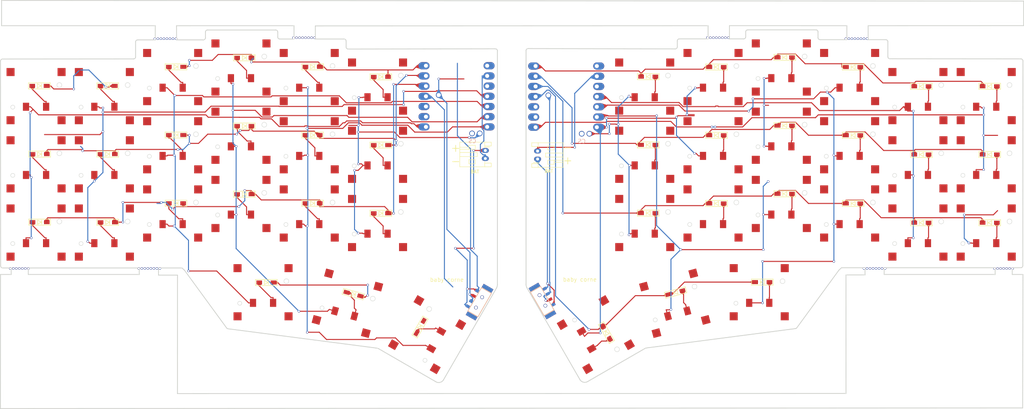
<source format=kicad_pcb>
(kicad_pcb (version 20240108) (generator "pcbnew") (generator_version "8.0")
  (title_block (title "Corne Xiao") (date "2024-09-09") (rev "1.1") (company "Author : Friction"))
  (layers (0 "F.Cu" signal) (31 "B.Cu" signal) (34 "B.Paste" user) (35 "F.Paste" user) (36 "B.SilkS" user "B.Silkscreen") (37 "F.SilkS" user "F.Silkscreen") (38 "B.Mask" user) (39 "F.Mask" user) (44 "Edge.Cuts" user))
  (net 0 "")
  (net 1 "GND")
  (net 2 "VCC")
  (net 3 "VBAT_L")
  (net 4 "VBAT_R")
  (net 5 "GND1")
  (net 6 "ROW0_L")
  (net 7 "Net-(D1-A)")
  (net 8 "Net-(D2-A)")
  (net 9 "Net-(D3-A)")
  (net 10 "Net-(D4-A)")
  (net 11 "Net-(D5-A)")
  (net 12 "Net-(D6-A)")
  (net 13 "ROW1_L")
  (net 14 "Net-(D7-A)")
  (net 15 "Net-(D8-A)")
  (net 16 "Net-(D9-A)")
  (net 17 "Net-(D10-A)")
  (net 18 "Net-(D11-A)")
  (net 19 "Net-(D12-A)")
  (net 20 "ROW2_L")
  (net 21 "Net-(D13-A)")
  (net 22 "Net-(D14-A)")
  (net 23 "Net-(D15-A)")
  (net 24 "Net-(D16-A)")
  (net 25 "Net-(D17-A)")
  (net 26 "Net-(D18-A)")
  (net 27 "ROW3_L")
  (net 28 "Net-(D19-A)")
  (net 29 "Net-(D20-A)")
  (net 30 "Net-(D21-A)")
  (net 31 "ROW0_R")
  (net 32 "Net-(D22-A)")
  (net 33 "Net-(D23-A)")
  (net 34 "Net-(D24-A)")
  (net 35 "Net-(D25-A)")
  (net 36 "Net-(D26-A)")
  (net 37 "Net-(D27-A)")
  (net 38 "ROW1_R")
  (net 39 "Net-(D28-A)")
  (net 40 "Net-(D29-A)")
  (net 41 "Net-(D30-A)")
  (net 42 "Net-(D31-A)")
  (net 43 "Net-(D32-A)")
  (net 44 "Net-(D33-A)")
  (net 45 "ROW2_R")
  (net 46 "Net-(D34-A)")
  (net 47 "Net-(D35-A)")
  (net 48 "Net-(D36-A)")
  (net 49 "Net-(D37-A)")
  (net 50 "Net-(D38-A)")
  (net 51 "Net-(D39-A)")
  (net 52 "ROW3_R")
  (net 53 "Net-(D40-A)")
  (net 54 "Net-(D41-A)")
  (net 55 "Net-(D42-A)")
  (net 56 "CS_L")
  (net 57 "VCCQ")
  (net 58 "CS_R")
  (net 59 "SDA_L")
  (net 60 "SCL_L")
  (net 61 "SDA_R")
  (net 62 "SCL_R")
  (net 63 "unconnected-(PSW1-A-Pad1)")
  (net 64 "BAT+_L")
  (net 66 "BAT+_R")
  (net 67 "COL0_L")
  (net 68 "COL1_L")
  (net 69 "COL2_L")
  (net 70 "COL3_L")
  (net 71 "COL4_L")
  (net 72 "COL5_L")
  (net 73 "COL0_R")
  (net 74 "COL1_R")
  (net 75 "COL2_R")
  (net 76 "COL3_R")
  (net 77 "COL4_R")
  (net 78 "COL5_R")
  (footprint "kbd:D3_SMD_v2" (layer "F.Cu") (at 32.25 37.5 180)
    (property "Reference" "D1" (hide yes))
    (property "Value" "D" (hide yes))
  )
  (footprint "kbd:D3_SMD_v2" (layer "F.Cu") (at 49.25 37.5 180)
    (property "Reference" "D2" (hide yes))
    (property "Value" "D" (hide yes))
  )
  (footprint "kbd:D3_SMD_v2" (layer "F.Cu") (at 66.25 32.75 180)
    (property "Reference" "D3" (hide yes))
    (property "Value" "D" (hide yes))
  )
  (footprint "kbd:D3_SMD_v2" (layer "F.Cu") (at 83.25 30.5002 180)
    (property "Reference" "D4" (hide yes))
    (property "Value" "D" (hide yes))
  )
  (footprint "kbd:D3_SMD_v2" (layer "F.Cu") (at 100.25 32.7509 180)
    (property "Reference" "D5" (hide yes))
    (property "Value" "D" (hide yes))
  )
  (footprint "kbd:D3_SMD_v2" (layer "F.Cu") (at 117.25 35.2505 180)
    (property "Reference" "D6" (hide yes))
    (property "Value" "D" (hide yes))
  )
  (footprint "kbd:D3_SMD_v2" (layer "F.Cu") (at 32.3125 54.5 180)
    (property "Reference" "D7" (hide yes))
    (property "Value" "D" (hide yes))
  )
  (footprint "kbd:D3_SMD_v2" (layer "F.Cu") (at 49.25 54.5 180)
    (property "Reference" "D8" (hide yes))
    (property "Value" "D" (hide yes))
  )
  (footprint "kbd:D3_SMD_v2" (layer "F.Cu") (at 66.25 49.75 180)
    (property "Reference" "D9" (hide yes))
    (property "Value" "D" (hide yes))
  )
  (footprint "kbd:D3_SMD_v2" (layer "F.Cu") (at 83.25 47.4999 180)
    (property "Reference" "D10" (hide yes))
    (property "Value" "D" (hide yes))
  )
  (footprint "kbd:D3_SMD_v2" (layer "F.Cu") (at 100.25 49.7505 180)
    (property "Reference" "D11" (hide yes))
    (property "Value" "D" (hide yes))
  )
  (footprint "kbd:D3_SMD_v2" (layer "F.Cu") (at 117.25 52.2501 180)
    (property "Reference" "D12" (hide yes))
    (property "Value" "D" (hide yes))
  )
  (footprint "kbd:D3_SMD_v2" (layer "F.Cu") (at 32.3125 71.4531 180)
    (property "Reference" "D13" (hide yes))
    (property "Value" "D" (hide yes))
  )
  (footprint "kbd:D3_SMD_v2" (layer "F.Cu") (at 49.25 71.5 180)
    (property "Reference" "D14" (hide yes))
    (property "Value" "D" (hide yes))
  )
  (footprint "kbd:D3_SMD_v2" (layer "F.Cu") (at 66.25 66.75 180)
    (property "Reference" "D15" (hide yes))
    (property "Value" "D" (hide yes))
  )
  (footprint "kbd:D3_SMD_v2" (layer "F.Cu") (at 83.25 64.5 180)
    (property "Reference" "D16" (hide yes))
    (property "Value" "D" (hide yes))
  )
  (footprint "kbd:D3_SMD_v2" (layer "F.Cu") (at 100.25 66.75 180)
    (property "Reference" "D17" (hide yes))
    (property "Value" "D" (hide yes))
  )
  (footprint "kbd:D3_SMD_v2" (layer "F.Cu") (at 117.25 69.25 180)
    (property "Reference" "D18" (hide yes))
    (property "Value" "D" (hide yes))
  )
  (footprint "kbd:D3_SMD_v2" (layer "F.Cu") (at 88.75 86.5 180)
    (property "Reference" "D19" (hide yes))
    (property "Value" "D" (hide yes))
  )
  (footprint "kbd:D3_SMD_v2" (layer "F.Cu") (at 110.4 89.4 165)
    (property "Reference" "D20" (hide yes))
    (property "Value" "D" (hide yes))
  )
  (footprint "kbd:D3_SMD_v2" (layer "F.Cu") (at 127 97.6 -120)
    (property "Reference" "D21" (hide yes))
    (property "Value" "D" (hide yes))
  )
  (footprint "keeb_switches:CPG1316S01D02_mikeholscher" (layer "F.Cu") (at 48.4199 40.05)
    (property "Reference" "SW2" (hide yes))
    (property "Value" "SW_PUSH" (hide yes))
    (fp_circle (center -5.8 2.75) (end -5.3 2.75) (stroke (width 0.1)) (fill none) (layer "Edge.Cuts"))
    (fp_circle (center 5.8 -2.75) (end 6.4 -2.75) (stroke (width 0.1)) (fill none) (layer "Edge.Cuts"))
  )
  (footprint "keeb_switches:CPG1316S01D02_mikeholscher" (layer "F.Cu") (at 65.4199 35.3)
    (property "Reference" "SW3" (hide yes))
    (property "Value" "SW_PUSH" (hide yes))
    (fp_circle (center -5.8 2.75) (end -5.3 2.75) (stroke (width 0.1)) (fill none) (layer "Edge.Cuts"))
    (fp_circle (center 5.8 -2.75) (end 6.4 -2.75) (stroke (width 0.1)) (fill none) (layer "Edge.Cuts"))
  )
  (footprint "keeb_switches:CPG1316S01D02_mikeholscher" (layer "F.Cu") (at 82.4199 32.9252)
    (property "Reference" "SW4" (hide yes))
    (property "Value" "SW_PUSH" (hide yes))
    (fp_circle (center -5.8 2.75) (end -5.3 2.75) (stroke (width 0.1)) (fill none) (layer "Edge.Cuts"))
    (fp_circle (center 5.8 -2.75) (end 6.4 -2.75) (stroke (width 0.1)) (fill none) (layer "Edge.Cuts"))
  )
  (footprint "keeb_switches:CPG1316S01D02_mikeholscher" (layer "F.Cu") (at 99.4199 35.3009)
    (property "Reference" "SW5" (hide yes))
    (property "Value" "SW_PUSH" (hide yes))
    (fp_circle (center -5.8 2.75) (end -5.3 2.75) (stroke (width 0.1)) (fill none) (layer "Edge.Cuts"))
    (fp_circle (center 5.8 -2.75) (end 6.4 -2.75) (stroke (width 0.1)) (fill none) (layer "Edge.Cuts"))
  )
  (footprint "keeb_switches:CPG1316S01D02_mikeholscher" (layer "F.Cu") (at 31.4199 57.05)
    (property "Reference" "SW7" (hide yes))
    (property "Value" "SW_PUSH" (hide yes))
    (fp_circle (center -5.8 2.75) (end -5.3 2.75) (stroke (width 0.1)) (fill none) (layer "Edge.Cuts"))
    (fp_circle (center 5.8 -2.75) (end 6.4 -2.75) (stroke (width 0.1)) (fill none) (layer "Edge.Cuts"))
  )
  (footprint "keeb_switches:CPG1316S01D02_mikeholscher" (layer "F.Cu") (at 48.4199 57.05)
    (property "Reference" "SW8" (hide yes))
    (property "Value" "SW_PUSH" (hide yes))
    (fp_circle (center -5.8 2.75) (end -5.3 2.75) (stroke (width 0.1)) (fill none) (layer "Edge.Cuts"))
    (fp_circle (center 5.8 -2.75) (end 6.4 -2.75) (stroke (width 0.1)) (fill none) (layer "Edge.Cuts"))
  )
  (footprint "keeb_switches:CPG1316S01D02_mikeholscher" (layer "F.Cu") (at 65.4199 52.3)
    (property "Reference" "SW9" (hide yes))
    (property "Value" "SW_PUSH" (hide yes))
    (fp_circle (center -5.8 2.75) (end -5.3 2.75) (stroke (width 0.1)) (fill none) (layer "Edge.Cuts"))
    (fp_circle (center 5.8 -2.75) (end 6.4 -2.75) (stroke (width 0.1)) (fill none) (layer "Edge.Cuts"))
  )
  (footprint "keeb_switches:CPG1316S01D02_mikeholscher" (layer "F.Cu") (at 82.4199 49.9249)
    (property "Reference" "SW10" (hide yes))
    (property "Value" "SW_PUSH" (hide yes))
    (fp_circle (center -5.8 2.75) (end -5.3 2.75) (stroke (width 0.1)) (fill none) (layer "Edge.Cuts"))
    (fp_circle (center 5.8 -2.75) (end 6.4 -2.75) (stroke (width 0.1)) (fill none) (layer "Edge.Cuts"))
  )
  (footprint "keeb_switches:CPG1316S01D02_mikeholscher" (layer "F.Cu") (at 99.4199 52.3005)
    (property "Reference" "SW11" (hide yes))
    (property "Value" "SW_PUSH" (hide yes))
    (fp_circle (center -5.8 2.75) (end -5.3 2.75) (stroke (width 0.1)) (fill none) (layer "Edge.Cuts"))
    (fp_circle (center 5.8 -2.75) (end 6.4 -2.75) (stroke (width 0.1)) (fill none) (layer "Edge.Cuts"))
  )
  (footprint "keeb_switches:CPG1316S01D02_mikeholscher" (layer "F.Cu") (at 116.4199 54.6751)
    (property "Reference" "SW12" (hide yes))
    (property "Value" "SW_PUSH" (hide yes))
    (fp_circle (center -5.8 2.75) (end -5.3 2.75) (stroke (width 0.1)) (fill none) (layer "Edge.Cuts"))
    (fp_circle (center 5.8 -2.75) (end 6.4 -2.75) (stroke (width 0.1)) (fill none) (layer "Edge.Cuts"))
  )
  (footprint "keeb_switches:CPG1316S01D02_mikeholscher" (layer "F.Cu") (at 31.4199 74.05)
    (property "Reference" "SW13" (hide yes))
    (property "Value" "SW_PUSH" (hide yes))
    (fp_circle (center -5.8 2.75) (end -5.3 2.75) (stroke (width 0.1)) (fill none) (layer "Edge.Cuts"))
    (fp_circle (center 5.8 -2.75) (end 6.4 -2.75) (stroke (width 0.1)) (fill none) (layer "Edge.Cuts"))
  )
  (footprint "keeb_switches:CPG1316S01D02_mikeholscher" (layer "F.Cu") (at 48.4199 74.05)
    (property "Reference" "SW14" (hide yes))
    (property "Value" "SW_PUSH" (hide yes))
    (fp_circle (center -5.8 2.75) (end -5.3 2.75) (stroke (width 0.1)) (fill none) (layer "Edge.Cuts"))
    (fp_circle (center 5.8 -2.75) (end 6.4 -2.75) (stroke (width 0.1)) (fill none) (layer "Edge.Cuts"))
  )
  (footprint "keeb_switches:CPG1316S01D02_mikeholscher" (layer "F.Cu") (at 65.4199 69.3)
    (property "Reference" "SW15" (hide yes))
    (property "Value" "SW_PUSH" (hide yes))
    (fp_circle (center -5.8 2.75) (end -5.3 2.75) (stroke (width 0.1)) (fill none) (layer "Edge.Cuts"))
    (fp_circle (center 5.8 -2.75) (end 6.4 -2.75) (stroke (width 0.1)) (fill none) (layer "Edge.Cuts"))
  )
  (footprint "keeb_switches:CPG1316S01D02_mikeholscher" (layer "F.Cu") (at 82.4199 66.925)
    (property "Reference" "SW16" (hide yes))
    (property "Value" "SW_PUSH" (hide yes))
    (fp_circle (center -5.8 2.75) (end -5.3 2.75) (stroke (width 0.1)) (fill none) (layer "Edge.Cuts"))
    (fp_circle (center 5.8 -2.75) (end 6.4 -2.75) (stroke (width 0.1)) (fill none) (layer "Edge.Cuts"))
  )
  (footprint "keeb_switches:CPG1316S01D02_mikeholscher" (layer "F.Cu") (at 99.4199 69.3)
    (property "Reference" "SW17" (hide yes))
    (property "Value" "SW_PUSH" (hide yes))
    (fp_circle (center -5.8 2.75) (end -5.3 2.75) (stroke (width 0.1)) (fill none) (layer "Edge.Cuts"))
    (fp_circle (center 5.8 -2.75) (end 6.4 -2.75) (stroke (width 0.1)) (fill none) (layer "Edge.Cuts"))
  )
  (footprint "keeb_switches:CPG1316S01D02_mikeholscher" (layer "F.Cu") (at 116.4199 71.675)
    (property "Reference" "SW18" (hide yes))
    (property "Value" "SW_PUSH" (hide yes))
    (fp_circle (center -5.8 2.75) (end -5.3 2.75) (stroke (width 0.1)) (fill none) (layer "Edge.Cuts"))
    (fp_circle (center 5.8 -2.75) (end 6.4 -2.75) (stroke (width 0.1)) (fill none) (layer "Edge.Cuts"))
  )
  (footprint "keeb_switches:CPG1316S01D02_mikeholscher" (layer "F.Cu") (at 87.9199 88.925)
    (property "Reference" "SW19" (hide yes))
    (property "Value" "SW_PUSH" (hide yes))
    (fp_circle (center -5.8 2.75) (end -5.3 2.75) (stroke (width 0.1)) (fill none) (layer "Edge.Cuts"))
    (fp_circle (center 5.8 -2.75) (end 6.4 -2.75) (stroke (width 0.1)) (fill none) (layer "Edge.Cuts"))
  )
  (footprint "keeb_switches:CPG1316S01D02_mikeholscher" (layer "F.Cu") (at 108.9199 91.675 -15)
    (property "Reference" "SW20" (hide yes))
    (property "Value" "SW_PUSH" (hide yes))
    (fp_circle (center -5.8 2.75) (end -5.3 2.75) (stroke (width 0.1)) (fill none) (layer "Edge.Cuts"))
    (fp_circle (center 5.8 -2.75) (end 6.4 -2.75) (stroke (width 0.1)) (fill none) (layer "Edge.Cuts"))
  )
  (footprint "keeb_switches:CPG1316S01D02_mikeholscher" (layer "F.Cu") (at 128.75 99.5 60)
    (property "Reference" "SW21" (hide yes))
    (property "Value" "SW_PUSH" (hide yes))
    (fp_circle (center -5.8 2.75) (end -5.3 2.75) (stroke (width 0.1)) (fill none) (layer "Edge.Cuts"))
    (fp_circle (center 5.8 -2.75) (end 6.4 -2.75) (stroke (width 0.1)) (fill none) (layer "Edge.Cuts"))
  )
  (footprint "keeb_switches:CPG1316S01D02_mikeholscher" (layer "F.Cu") (at 170.75 99.5 -60)
    (property "Reference" "SW42" (hide yes))
    (property "Value" "SW_PUSH" (hide yes))
    (fp_circle (center -5.8 2.75) (end -5.3 2.75) (stroke (width 0.1)) (fill none) (layer "Edge.Cuts"))
    (fp_circle (center 5.8 -2.75) (end 6.4 -2.75) (stroke (width 0.1)) (fill none) (layer "Edge.Cuts"))
  )
  (footprint "kbd:D3_SMD_v2" (layer "F.Cu") (at 251.8 37.6)
    (property "Reference" "D23" (hide yes))
    (property "Value" "D" (hide yes))
  )
  (footprint "kbd:D3_SMD_v2" (layer "F.Cu") (at 234.8 32.8)
    (property "Reference" "D24" (hide yes))
    (property "Value" "D" (hide yes))
  )
  (footprint "kbd:D3_SMD_v2" (layer "F.Cu") (at 217.8 30.4)
    (property "Reference" "D25" (hide yes))
    (property "Value" "D" (hide yes))
  )
  (footprint "kbd:D3_SMD_v2" (layer "F.Cu") (at 183.8 35.2)
    (property "Reference" "D27" (hide yes))
    (property "Value" "D" (hide yes))
  )
  (footprint "kbd:D3_SMD_v2" (layer "F.Cu") (at 268.8 54.6)
    (property "Reference" "D28" (hide yes))
    (property "Value" "D" (hide yes))
  )
  (footprint "kbd:D3_SMD_v2" (layer "F.Cu") (at 251.8 54.6)
    (property "Reference" "D29" (hide yes))
    (property "Value" "D" (hide yes))
  )
  (footprint "kbd:D3_SMD_v2" (layer "F.Cu") (at 234.8 49.8)
    (property "Reference" "D30" (hide yes))
    (property "Value" "D" (hide yes))
  )
  (footprint "kbd:D3_SMD_v2" (layer "F.Cu") (at 217.8 47.4)
    (property "Reference" "D31" (hide yes))
    (property "Value" "D" (hide yes))
  )
  (footprint "kbd:D3_SMD_v2" (layer "F.Cu") (at 200.8 49.8)
    (property "Reference" "D32" (hide yes))
    (property "Value" "D" (hide yes))
  )
  (footprint "kbd:D3_SMD_v2" (layer "F.Cu") (at 183.8 52.2)
    (property "Reference" "D33" (hide yes))
    (property "Value" "D" (hide yes))
  )
  (footprint "kbd:D3_SMD_v2" (layer "F.Cu") (at 268.8 71.6)
    (property "Reference" "D34" (hide yes))
    (property "Value" "D" (hide yes))
  )
  (footprint "kbd:D3_SMD_v2" (layer "F.Cu") (at 251.8 71.6)
    (property "Reference" "D35" (hide yes))
    (property "Value" "D" (hide yes))
  )
  (footprint "kbd:D3_SMD_v2" (layer "F.Cu") (at 234.8 66.8)
    (property "Reference" "D36" (hide yes))
    (property "Value" "D" (hide yes))
  )
  (footprint "kbd:D3_SMD_v2" (layer "F.Cu") (at 217.8 64.4)
    (property "Reference" "D37" (hide yes))
    (property "Value" "D" (hide yes))
  )
  (footprint "kbd:D3_SMD_v2" (layer "F.Cu") (at 200.8 66.8)
    (property "Reference" "D38" (hide yes))
    (property "Value" "D" (hide yes))
  )
  (footprint "kbd:D3_SMD_v2" (layer "F.Cu") (at 183.8 69.2)
    (property "Reference" "D39" (hide yes))
    (property "Value" "D" (hide yes))
  )
  (footprint "kbd:D3_SMD_v2" (layer "F.Cu") (at 212.2 86.4)
    (property "Reference" "D40" (hide yes))
    (property "Value" "D" (hide yes))
  )
  (footprint "kbd:D3_SMD_v2" (layer "F.Cu") (at 190.6 89 15)
    (property "Reference" "D41" (hide yes))
    (property "Value" "D" (hide yes))
  )
  (footprint "kbd:D3_SMD_v2" (layer "F.Cu") (at 173.4 99 -60)
    (property "Reference" "D42" (hide yes))
    (property "Value" "D" (hide yes))
  )
  (footprint "kbd:D3_SMD_v2" (layer "F.Cu") (at 268.8 37.6)
    (property "Reference" "D22" (hide yes))
    (property "Value" "D" (hide yes))
  )
  (footprint "keeb_switches:CPG1316S01D02_mikeholscher" (layer "F.Cu") (at 216.9269 66.92)
    (property "Reference" "SW37" (hide yes))
    (property "Value" "SW_PUSH" (hide yes))
    (fp_circle (center -5.8 2.75) (end -5.3 2.75) (stroke (width 0.1)) (fill none) (layer "Edge.Cuts"))
    (fp_circle (center 5.8 -2.75) (end 6.4 -2.75) (stroke (width 0.1)) (fill none) (layer "Edge.Cuts"))
  )
  (footprint "keeb_switches:CPG1316S01D02_mikeholscher" (layer "F.Cu") (at 199.9269 69.295)
    (property "Reference" "SW38" (hide yes))
    (property "Value" "SW_PUSH" (hide yes))
    (fp_circle (center -5.8 2.75) (end -5.3 2.75) (stroke (width 0.1)) (fill none) (layer "Edge.Cuts"))
    (fp_circle (center 5.8 -2.75) (end 6.4 -2.75) (stroke (width 0.1)) (fill none) (layer "Edge.Cuts"))
  )
  (footprint "keeb_switches:CPG1316S01D02_mikeholscher" (layer "F.Cu") (at 182.9269 71.67)
    (property "Reference" "SW39" (hide yes))
    (property "Value" "SW_PUSH" (hide yes))
    (fp_circle (center -5.8 2.75) (end -5.3 2.75) (stroke (width 0.1)) (fill none) (layer "Edge.Cuts"))
    (fp_circle (center 5.8 -2.75) (end 6.4 -2.75) (stroke (width 0.1)) (fill none) (layer "Edge.Cuts"))
  )
  (footprint "keeb_switches:CPG1316S01D02_mikeholscher" (layer "F.Cu") (at 211.4269 88.92)
    (property "Reference" "SW40" (hide yes))
    (property "Value" "SW_PUSH" (hide yes))
    (fp_circle (center -5.8 2.75) (end -5.3 2.75) (stroke (width 0.1)) (fill none) (layer "Edge.Cuts"))
    (fp_circle (center 5.8 -2.75) (end 6.4 -2.75) (stroke (width 0.1)) (fill none) (layer "Edge.Cuts"))
  )
  (footprint "keeb_switches:CPG1316S01D02_mikeholscher" (layer "F.Cu") (at 190.4269 91.67 15)
    (property "Reference" "SW41" (hide yes))
    (property "Value" "SW_PUSH" (hide yes))
    (fp_circle (center -5.799999 2.75) (end -5.3 2.75) (stroke (width 0.1)) (fill none) (layer "Edge.Cuts"))
    (fp_circle (center 5.799999 -2.75) (end 6.4 -2.75) (stroke (width 0.1)) (fill none) (layer "Edge.Cuts"))
  )
  (footprint "keeb_switches:CPG1316S01D02_mikeholscher" (layer "F.Cu") (at 216.9269 32.92)
    (property "Reference" "SW25" (hide yes))
    (property "Value" "SW_PUSH" (hide yes))
    (fp_circle (center -5.8 2.75) (end -5.3 2.75) (stroke (width 0.1)) (fill none) (layer "Edge.Cuts"))
    (fp_circle (center 5.8 -2.75) (end 6.4 -2.75) (stroke (width 0.1)) (fill none) (layer "Edge.Cuts"))
  )
  (footprint "keeb_switches:CPG1316S01D02_mikeholscher" (layer "F.Cu") (at 199.9269 35.295)
    (property "Reference" "SW26" (hide yes))
    (property "Value" "SW_PUSH" (hide yes))
    (fp_circle (center -5.8 2.75) (end -5.3 2.75) (stroke (width 0.1)) (fill none) (layer "Edge.Cuts"))
    (fp_circle (center 5.8 -2.75) (end 6.4 -2.75) (stroke (width 0.1)) (fill none) (layer "Edge.Cuts"))
  )
  (footprint "keeb_switches:CPG1316S01D02_mikeholscher" (layer "F.Cu") (at 267.9269 57.045)
    (property "Reference" "SW28" (hide yes))
    (property "Value" "SW_PUSH" (hide yes))
    (fp_circle (center -5.8 2.75) (end -5.3 2.75) (stroke (width 0.1)) (fill none) (layer "Edge.Cuts"))
    (fp_circle (center 5.8 -2.75) (end 6.4 -2.75) (stroke (width 0.1)) (fill none) (layer "Edge.Cuts"))
  )
  (footprint "keeb_switches:CPG1316S01D02_mikeholscher" (layer "F.Cu") (at 233.9269 35.295)
    (property "Reference" "SW24" (hide yes))
    (property "Value" "SW_PUSH" (hide yes))
    (fp_circle (center -5.8 2.75) (end -5.3 2.75) (stroke (width 0.1)) (fill none) (layer "Edge.Cuts"))
    (fp_circle (center 5.8 -2.75) (end 6.4 -2.75) (stroke (width 0.1)) (fill none) (layer "Edge.Cuts"))
  )
  (footprint "keeb_switches:CPG1316S01D02_mikeholscher" (layer "F.Cu") (at 250.9269 57.045)
    (property "Reference" "SW29" (hide yes))
    (property "Value" "SW_PUSH" (hide yes))
    (fp_circle (center -5.8 2.75) (end -5.3 2.75) (stroke (width 0.1)) (fill none) (layer "Edge.Cuts"))
    (fp_circle (center 5.8 -2.75) (end 6.4 -2.75) (stroke (width 0.1)) (fill none) (layer "Edge.Cuts"))
  )
  (footprint "keeb_switches:CPG1316S01D02_mikeholscher" (layer "F.Cu") (at 250.9269 74.045)
    (property "Reference" "SW35" (hide yes))
    (property "Value" "SW_PUSH" (hide yes))
    (fp_circle (center -5.8 2.75) (end -5.3 2.75) (stroke (width 0.1)) (fill none) (layer "Edge.Cuts"))
    (fp_circle (center 5.8 -2.75) (end 6.4 -2.75) (stroke (width 0.1)) (fill none) (layer "Edge.Cuts"))
  )
  (footprint "keeb_switches:CPG1316S01D02_mikeholscher" (layer "F.Cu") (at 233.9269 69.295)
    (property "Reference" "SW36" (hide yes))
    (property "Value" "SW_PUSH" (hide yes))
    (fp_circle (center -5.8 2.75) (end -5.3 2.75) (stroke (width 0.1)) (fill none) (layer "Edge.Cuts"))
    (fp_circle (center 5.8 -2.75) (end 6.4 -2.75) (stroke (width 0.1)) (fill none) (layer "Edge.Cuts"))
  )
  (footprint "keeb_switches:CPG1316S01D02_mikeholscher" (layer "F.Cu") (at 267.9269 40.045)
    (property "Reference" "SW22" (hide yes))
    (property "Value" "SW_PUSH" (hide yes))
    (fp_circle (center -5.8 2.75) (end -5.3 2.75) (stroke (width 0.1)) (fill none) (layer "Edge.Cuts"))
    (fp_circle (center 5.8 -2.75) (end 6.4 -2.75) (stroke (width 0.1)) (fill none) (layer "Edge.Cuts"))
  )
  (footprint "keeb_switches:CPG1316S01D02_mikeholscher" (layer "F.Cu") (at 250.9269 40.045)
    (property "Reference" "SW23" (hide yes))
    (property "Value" "SW_PUSH" (hide yes))
    (fp_circle (center -5.8 2.75) (end -5.3 2.75) (stroke (width 0.1)) (fill none) (layer "Edge.Cuts"))
    (fp_circle (center 5.8 -2.75) (end 6.4 -2.75) (stroke (width 0.1)) (fill none) (layer "Edge.Cuts"))
  )
  (footprint "keeb_switches:CPG1316S01D02_mikeholscher" (layer "F.Cu") (at 233.9269 52.295)
    (property "Reference" "SW30" (hide yes))
    (property "Value" "SW_PUSH" (hide yes))
    (fp_circle (center -5.8 2.75) (end -5.3 2.75) (stroke (width 0.1)) (fill none) (layer "Edge.Cuts"))
    (fp_circle (center 5.8 -2.75) (end 6.4 -2.75) (stroke (width 0.1)) (fill none) (layer "Edge.Cuts"))
  )
  (footprint "keeb_switches:CPG1316S01D02_mikeholscher" (layer "F.Cu") (at 216.9269 49.92)
    (property "Reference" "SW31" (hide yes))
    (property "Value" "SW_PUSH" (hide yes))
    (fp_circle (center -5.8 2.75) (end -5.3 2.75) (stroke (width 0.1)) (fill none) (layer "Edge.Cuts"))
    (fp_circle (center 5.8 -2.75) (end 6.4 -2.75) (stroke (width 0.1)) (fill none) (layer "Edge.Cuts"))
  )
  (footprint "keeb_switches:CPG1316S01D02_mikeholscher" (layer "F.Cu") (at 199.9269 52.295)
    (property "Reference" "SW32" (hide yes))
    (property "Value" "SW_PUSH" (hide yes))
    (fp_circle (center -5.8 2.75) (end -5.3 2.75) (stroke (width 0.1)) (fill none) (layer "Edge.Cuts"))
    (fp_circle (center 5.8 -2.75) (end 6.4 -2.75) (stroke (width 0.1)) (fill none) (layer "Edge.Cuts"))
  )
  (footprint "keeb_switches:CPG1316S01D02_mikeholscher" (layer "F.Cu") (at 182.9269 54.67)
    (property "Reference" "SW33" (hide yes))
    (property "Value" "SW_PUSH" (hide yes))
    (fp_circle (center -5.8 2.75) (end -5.3 2.75) (stroke (width 0.1)) (fill none) (layer "Edge.Cuts"))
    (fp_circle (center 5.8 -2.75) (end 6.4 -2.75) (stroke (width 0.1)) (fill none) (layer "Edge.Cuts"))
  )
  (footprint "keeb_switches:CPG1316S01D02_mikeholscher" (layer "F.Cu") (at 267.9269 74.045)
    (property "Reference" "SW34" (hide yes))
    (property "Value" "SW_PUSH" (hide yes))
    (fp_circle (center -5.8 2.75) (end -5.3 2.75) (stroke (width 0.1)) (fill none) (layer "Edge.Cuts"))
    (fp_circle (center 5.8 -2.75) (end 6.4 -2.75) (stroke (width 0.1)) (fill none) (layer "Edge.Cuts"))
  )
  (footprint "kbd:D3_SMD_v2" (layer "F.Cu") (at 200.8 32.8)
    (property "Reference" "D26" (hide yes))
    (property "Value" "D" (hide yes))
  )
  (footprint "keeb_switches:CPG1316S01D02_mikeholscher" (layer "F.Cu") (at 31.4199 40.05)
    (property "Reference" "SW1" (hide yes))
    (property "Value" "SW_PUSH" (hide yes))
    (fp_circle (center -5.8 2.75) (end -5.3 2.75) (stroke (width 0.1)) (fill none) (layer "Edge.Cuts"))
    (fp_circle (center 5.8 -2.75) (end 6.4 -2.75) (stroke (width 0.1)) (fill none) (layer "Edge.Cuts"))
  )
  (footprint "keeb_switches:CPG1316S01D02_mikeholscher" (layer "F.Cu") (at 116.4199 37.6755)
    (property "Reference" "SW6" (hide yes))
    (property "Value" "SW_PUSH" (hide yes))
    (fp_circle (center -5.8 2.75) (end -5.3 2.75) (stroke (width 0.1)) (fill none) (layer "Edge.Cuts"))
    (fp_circle (center 5.8 -2.75) (end 6.4 -2.75) (stroke (width 0.1)) (fill none) (layer "Edge.Cuts"))
  )
  (footprint "keeb_switches:CPG1316S01D02_mikeholscher" (layer "F.Cu") (at 182.9199 37.675)
    (property "Reference" "SW27" (hide yes))
    (property "Value" "SW_PUSH" (hide yes))
    (fp_circle (center -5.8 2.75) (end -5.3 2.75) (stroke (width 0.1)) (fill none) (layer "Edge.Cuts"))
    (fp_circle (center 5.8 -2.75) (end 6.4 -2.75) (stroke (width 0.1)) (fill none) (layer "Edge.Cuts"))
  )
  (footprint "fp:xiao-ble-tht" (layer "F.Cu") (at 136.0843 40.097)
    (property "Reference" "U1" (hide yes))
    (property "Value" "xiao-ble" (hide yes))
  )
  (footprint "fp:xiao-ble-tht" (layer "F.Cu") (at 163.3793 40.177)
    (property "Reference" "U2" (hide yes))
    (property "Value" "xiao-ble" (hide yes))
  )
  (footprint "fp:MSK12C02_reversible" (layer "F.Cu") (at 141 95.4 150)
    (property "Reference" "PSW1" (hide yes))
    (property "Value" "SW_SPDT")
  )
  (footprint "kbd:M2_HOLE_v2" (layer "F.Cu") (at 144.1124 83.82)
    (property "Reference" "H7" (hide yes))
    (property "Value" "MountingHole" (hide yes))
  )
  (footprint "kbd:M2_HOLE_v2" (layer "F.Cu") (at 170.4624 76.195)
    (property "Reference" "H13" (hide yes))
    (property "Value" "MountingHole" (hide yes))
  )
  (footprint "Connector_JST:JST_PH_S2B-PH-K_1x02_P2.00mm_Horizontal" (layer "F.Cu") (at 156.26 55.74 90)
    (property "Reference" "B2" (hide yes))
    (property "Value" "JST Battery")
  )
  (footprint "Connector_JST:JST_PH_S2B-PH-K_1x02_P2.00mm_Horizontal" (layer "F.Cu") (at 143.25 53.6 -90)
    (property "Reference" "B1" (hide yes))
    (property "Value" "JST Battery")
  )
  (footprint "kbd:M2_HOLE_v2" (layer "F.Cu") (at 155.3374 83.57)
    (property "Reference" "H14" (hide yes))
    (property "Value" "MountingHole" (hide yes))
  )
  (footprint "fp:MSK12C02_reversible" (layer "F.Cu") (at 154.4 88.4 30)
    (property "Reference" "PSW2" (hide yes))
    (property "Value" "SW_SPDT")
  )
  (footprint "kbd:M2_HOLE_v2" (layer "F.Cu") (at 129.2624 76.145)
    (property "Reference" "H6" (hide yes))
    (property "Value" "MountingHole" (hide yes))
  )
  (gr_line (start 22.84375 22.5) (end 61.09375 22.5) (stroke (width 0.2)) (layer "Edge.Cuts"))
  (gr_line (start 66.40625 26.03125) (end 73.078004 26.03125) (stroke (width 0.2)) (layer "Edge.Cuts"))
  (gr_line (start 92.078197 25.828217) (end 95.625 25.828217) (stroke (width 0.2)) (layer "Edge.Cuts"))
  (gr_line (start 68.3563 83.436623) (end 78.899324 97.893783) (stroke (width 0.2)) (layer "Edge.Cuts"))
  (gr_line (start 79.252889 98.040081) (end 115.923339 102.810454) (stroke (width 0.2)) (layer "Edge.Cuts"))
  (gr_curve (pts (xy 130.871978 111.201078) (xy 131.507077 111.629147) (xy 132.36893 111.461308) (xy 132.796999 110.82622)) (stroke (width 0.2)) (layer "Edge.Cuts"))
  (gr_line (start 132.800095 110.821606) (end 146.026119 87.889239) (stroke (width 0.2)) (layer "Edge.Cuts"))
  (gr_curve (pts (xy 108.606558 27.828198) (xy 108.606628 28.104339) (xy 108.830535 28.328141) (xy 109.10668 28.328072)) (stroke (width 0.2)) (layer "Edge.Cuts"))
  (gr_curve (pts (xy 108.606558 26.328077) (xy 108.606489 26.052031) (xy 108.382731 25.828273) (xy 108.106685 25.828203)) (stroke (width 0.2)) (layer "Edge.Cuts"))
  (gr_curve (pts (xy 91.578075 25.328091) (xy 91.578006 25.604231) (xy 91.801803 25.828148) (xy 92.077949 25.828217)) (stroke (width 0.2)) (layer "Edge.Cuts"))
  (gr_curve (pts (xy 91.578075 24.078159) (xy 91.578145 23.802019) (xy 91.354347 23.578102) (xy 91.078202 23.578033)) (stroke (width 0.2)) (layer "Edge.Cuts"))
  (gr_curve (pts (xy 74.077999 23.578033) (xy 73.801853 23.578102) (xy 73.578056 23.802014) (xy 73.578125 24.078154)) (stroke (width 0.2)) (layer "Edge.Cuts"))
  (gr_curve (pts (xy 73.078004 26.03125) (xy 73.354149 26.03132) (xy 73.578056 25.807517) (xy 73.578125 25.531377)) (stroke (width 0.2)) (layer "Edge.Cuts"))
  (gr_curve (pts (xy 56.702067 26.03125) (xy 56.426021 26.03132) (xy 56.202263 26.255078) (xy 56.202194 26.531124)) (stroke (width 0.2)) (layer "Edge.Cuts"))
  (gr_curve (pts (xy 55.702072 30.781299) (xy 55.978218 30.781368) (xy 56.202124 30.557566) (xy 56.202194 30.281425)) (stroke (width 0.2)) (layer "Edge.Cuts"))
  (gr_curve (pts (xy 23.078252 30.8125) (xy 22.802111 30.81243) (xy 22.578195 31.036228) (xy 22.578125 31.312368)) (stroke (width 0.2)) (layer "Edge.Cuts"))
  (gr_curve (pts (xy 22.609253 82.375127) (xy 22.609323 82.651272) (xy 22.833234 82.87507) (xy 23.109375 82.875)) (stroke (width 0.2)) (layer "Edge.Cuts"))
  (gr_line (start 116.577895 102.939994) (end 130.871978 111.201078) (stroke (width 0.2)) (layer "Edge.Cuts"))
  (gr_line (start 108.106685 25.828203) (end 100.9375 25.82668) (stroke (width 0.2)) (layer "Edge.Cuts"))
  (gr_curve (pts (xy 146.25 28.75) (xy 146.249941 28.473954) (xy 146.026163 28.250191) (xy 145.750117 28.250127)) (stroke (width 0.2)) (layer "Edge.Cuts"))
  (gr_line (start 145.750117 28.250127) (end 109.10668 28.328072) (stroke (width 0.2)) (layer "Edge.Cuts"))
  (gr_line (start 108.60503 27.825658) (end 108.60503 26.32706) (stroke (width 0.2)) (layer "Edge.Cuts"))
  (gr_curve (pts (xy 146.025604 87.887711) (xy 146.178341 87.622579) (xy 146.256783 87.321172) (xy 146.252695 87.015222)) (stroke (width 0.2)) (layer "Edge.Cuts"))
  (gr_curve (pts (xy 78.899324 97.893783) (xy 78.993115 97.987495) (xy 79.120294 98.04012) (xy 79.252889 98.040081)) (stroke (width 0.2)) (layer "Edge.Cuts"))
  (gr_curve (pts (xy 116.577895 102.939994) (xy 116.364465 102.875551) (xy 116.145232 102.832163) (xy 115.923339 102.810454)) (stroke (width 0.2)) (layer "Edge.Cuts"))
  (gr_line (start 100.9375 25.82668) (end 100.9375 22.5469) (stroke (width 0.2)) (layer "Edge.Cuts"))
  (gr_line (start 237.767767 84.608094) (end 233.017767 84.610076) (stroke (width 0.2)) (layer "Edge.Cuts"))
  (gr_line (start 277.25 16.375) (end 277.25 22.484387) (stroke (width 0.2)) (layer "Edge.Cuts"))
  (gr_curve (pts (xy 225.562163 23.531133) (xy 225.838309 23.531202) (xy 226.062106 23.755114) (xy 226.062037 24.031254)) (stroke (width 0.2)) (layer "Edge.Cuts"))
  (gr_line (start 66.622395 84.656976) (end 66.615263 114.189994) (stroke (width 0.2)) (layer "Edge.Cuts"))
  (gr_curve (pts (xy 191.033604 26.281177) (xy 191.033673 26.005131) (xy 191.257431 25.781373) (xy 191.533477 25.781303)) (stroke (width 0.2)) (layer "Edge.Cuts"))
  (gr_line (start 277.062037 31.265468) (end 277.030909 82.328227) (stroke (width 0.2)) (layer "Edge.Cuts"))
  (gr_line (start 66.40625 26.03125) (end 66.390625 22.505) (stroke (width 0.2)) (layer "Edge.Cuts"))
  (gr_line (start 95.625 22.5) (end 95.625 25.828217) (stroke (width 0.2)) (layer "Edge.Cuts"))
  (gr_line (start 22.543468 117.918947) (end 277 117.75) (stroke (width 0.2)) (layer "Edge.Cuts"))
  (gr_line (start 238.546412 25.98435) (end 238.546412 22.5) (stroke (width 0.2)) (layer "Edge.Cuts"))
  (gr_line (start 243.93809 30.734399) (end 276.56191 30.7656) (stroke (width 0.2)) (layer "Edge.Cuts"))
  (gr_curve (pts (xy 226.562158 25.98435) (xy 226.286013 25.98442) (xy 226.062106 25.760617) (xy 226.062037 25.484477)) (stroke (width 0.2)) (layer "Edge.Cuts"))
  (gr_line (start 243.437968 26.484224) (end 243.437968 30.234525) (stroke (width 0.2)) (layer "Edge.Cuts"))
  (gr_line (start 191.533477 25.781303) (end 198.702662 25.77978) (stroke (width 0.2)) (layer "Edge.Cuts"))
  (gr_line (start 242.530787 82.8281) (end 242.530787 84.5) (stroke (width 0.2)) (layer "Edge.Cuts"))
  (gr_line (start 233.017767 84.610076) (end 233.024899 114.143094) (stroke (width 0.2)) (layer "Edge.Cuts"))
  (gr_line (start 207.561965 25.781317) (end 204.015162 25.781317) (stroke (width 0.2)) (layer "Edge.Cuts"))
  (gr_line (start 204.015162 25.781317) (end 204.015162 22.49) (stroke (width 0.2)) (layer "Edge.Cuts"))
  (gr_line (start 22.578125 84.5) (end 22.543468 117.918947) (stroke (width 0.2)) (layer "Edge.Cuts"))
  (gr_line (start 191.035132 27.778758) (end 191.035132 26.28016) (stroke (width 0.2)) (layer "Edge.Cuts"))
  (gr_curve (pts (xy 208.062087 24.031259) (xy 208.062017 23.755119) (xy 208.285815 23.531202) (xy 208.56196 23.531133)) (stroke (width 0.2)) (layer "Edge.Cuts"))
  (gr_curve (pts (xy 242.938095 25.98435) (xy 243.214141 25.98442) (xy 243.437899 26.208178) (xy 243.437968 26.484224)) (stroke (width 0.2)) (layer "Edge.Cuts"))
  (gr_line (start 55.702072 30.781299) (end 23.078252 30.8125) (stroke (width 0.2)) (layer "Edge.Cuts"))
  (gr_line (start 57.109375 84.5) (end 29.484375 84.5) (stroke (width 0.2)) (layer "Edge.Cuts"))
  (gr_line (start 233.233912 22.5) (end 233.233912 25.98435) (stroke (width 0.2)) (layer "Edge.Cuts"))
  (gr_line (start 22.84375 16.195312) (end 277.25 16.375) (stroke (width 0.2)) (layer "Edge.Cuts"))
  (gr_line (start 29.484375 82.875) (end 57.109375 82.875) (stroke (width 0.2)) (layer "Edge.Cuts"))
  (gr_line (start 74.077999 23.578033) (end 91.078202 23.578033) (stroke (width 0.2)) (layer "Edge.Cuts"))
  (gr_line (start 29.484375 84.5) (end 29.484375 82.875) (stroke (width 0.2)) (layer "Edge.Cuts"))
  (gr_line (start 23.109375 82.875) (end 25.234375 82.875) (stroke (width 0.2)) (layer "Edge.Cuts"))
  (gr_line (start 270.155787 82.8281) (end 242.530787 82.8281) (stroke (width 0.2)) (layer "Edge.Cuts"))
  (gr_line (start 22.578125 31.312368) (end 22.609253 82.375127) (stroke (width 0.2)) (layer "Edge.Cuts"))
  (gr_line (start 66.615263 114.189994) (end 233.024899 114.143094) (stroke (width 0.2)) (layer "Edge.Cuts"))
  (gr_curve (pts (xy 243.93809 30.734399) (xy 243.661944 30.734468) (xy 243.438038 30.510666) (xy 243.437968 30.234525)) (stroke (width 0.2)) (layer "Edge.Cuts"))
  (gr_line (start 270.155787 84.5) (end 270.155787 82.8281) (stroke (width 0.2)) (layer "Edge.Cuts"))
  (gr_line (start 204.015162 22.49) (end 233.233912 22.5) (stroke (width 0.2)) (layer "Edge.Cuts"))
  (gr_line (start 231.283862 83.389723) (end 220.740838 97.846883) (stroke (width 0.2)) (layer "Edge.Cuts"))
  (gr_line (start 66.390625 22.505) (end 95.625 22.5) (stroke (width 0.2)) (layer "Edge.Cuts"))
  (gr_line (start 237.749537 82.8281) (end 231.905787 82.8281) (stroke (width 0.2)) (layer "Edge.Cuts"))
  (gr_line (start 226.062037 24.031259) (end 226.062037 25.484477) (stroke (width 0.2)) (layer "Edge.Cuts"))
  (gr_curve (pts (xy 191.033604 27.781298) (xy 191.033534 28.057439) (xy 190.809627 28.281241) (xy 190.533482 28.281172)) (stroke (width 0.2)) (layer "Edge.Cuts"))
  (gr_line (start 242.530787 84.5) (end 270.155787 84.5) (stroke (width 0.2)) (layer "Edge.Cuts"))
  (gr_line (start 25.234375 84.5) (end 22.578125 84.5) (stroke (width 0.2)) (layer "Edge.Cuts"))
  (gr_curve (pts (xy 277.030909 82.328227) (xy 277.030839 82.604372) (xy 276.806928 82.82817) (xy 276.530787 82.8281)) (stroke (width 0.2)) (layer "Edge.Cuts"))
  (gr_curve (pts (xy 153.390162 28.7031) (xy 153.390221 28.427054) (xy 153.613999 28.203291) (xy 153.890045 28.203227)) (stroke (width 0.2)) (layer "Edge.Cuts"))
  (gr_line (start 56.702067 26.03125) (end 61.09375 26.03125) (stroke (width 0.2)) (layer "Edge.Cuts"))
  (gr_curve (pts (xy 183.062267 102.893094) (xy 183.275697 102.828651) (xy 183.49493 102.785263) (xy 183.716823 102.763554)) (stroke (width 0.2)) (layer "Edge.Cuts"))
  (gr_line (start 68.3563 83.436623) (end 67.734375 82.875) (stroke (width 0.2)) (layer "Edge.Cuts"))
  (gr_line (start 61.890625 82.875) (end 61.906978 84.655768) (stroke (width 0.2)) (layer "Edge.Cuts"))
  (gr_line (start 61.890625 82.875) (end 67.734375 82.875) (stroke (width 0.2)) (layer "Edge.Cuts"))
  (gr_line (start 225.562163 23.531133) (end 208.56196 23.531133) (stroke (width 0.2)) (layer "Edge.Cuts"))
  (gr_line (start 61.09375 22.5) (end 61.09375 26.03125) (stroke (width 0.2)) (layer "Edge.Cuts"))
  (gr_line (start 276.530787 82.8281) (end 274.405787 82.8281) (stroke (width 0.2)) (layer "Edge.Cuts"))
  (gr_line (start 56.202194 26.531124) (end 56.202194 30.281425) (stroke (width 0.2)) (layer "Edge.Cuts"))
  (gr_line (start 146.25 28.75) (end 146.252695 87.015222) (stroke (width 0.2)) (layer "Edge.Cuts"))
  (gr_line (start 91.578075 24.078159) (end 91.578075 25.328091) (stroke (width 0.2)) (layer "Edge.Cuts"))
  (gr_curve (pts (xy 276.56191 30.7656) (xy 276.838051 30.76553) (xy 277.061967 30.989328) (xy 277.062037 31.265468)) (stroke (width 0.2)) (layer "Edge.Cuts"))
  (gr_line (start 61.906978 84.655768) (end 66.622395 84.656976) (stroke (width 0.2)) (layer "Edge.Cuts"))
  (gr_line (start 237.749537 82.8281) (end 237.767767 84.608094) (stroke (width 0.2)) (layer "Edge.Cuts"))
  (gr_line (start 183.062267 102.893094) (end 168.768184 111.154178) (stroke (width 0.2)) (layer "Edge.Cuts"))
  (gr_line (start 153.890045 28.203227) (end 190.533482 28.281172) (stroke (width 0.2)) (layer "Edge.Cuts"))
  (gr_curve (pts (xy 168.768184 111.154178) (xy 168.133085 111.582247) (xy 167.271232 111.414408) (xy 166.843163 110.77932)) (stroke (width 0.2)) (layer "Edge.Cuts"))
  (gr_line (start 198.702662 22.5) (end 198.702662 25.77978) (stroke (width 0.2)) (layer "Edge.Cuts"))
  (gr_curve (pts (xy 153.614558 87.840811) (xy 153.461821 87.575679) (xy 153.383379 87.274272) (xy 153.387467 86.968322)) (stroke (width 0.2)) (layer "Edge.Cuts"))
  (gr_curve (pts (xy 220.740838 97.846883) (xy 220.647047 97.940595) (xy 220.519868 97.99322) (xy 220.387273 97.993181)) (stroke (width 0.2)) (layer "Edge.Cuts"))
  (gr_line (start 231.283862 83.389723) (end 231.905787 82.8281) (stroke (width 0.2)) (layer "Edge.Cuts"))
  (gr_line (start 274.405787 82.8281) (end 274.405787 84.5) (stroke (width 0.2)) (layer "Edge.Cuts"))
  (gr_line (start 166.840067 110.774706) (end 153.614043 87.842339) (stroke (width 0.2)) (layer "Edge.Cuts"))
  (gr_line (start 242.938095 25.98435) (end 238.546412 25.98435) (stroke (width 0.2)) (layer "Edge.Cuts"))
  (gr_line (start 73.578125 24.078159) (end 73.578125 25.531377) (stroke (width 0.2)) (layer "Edge.Cuts"))
  (gr_curve (pts (xy 208.062087 25.281191) (xy 208.062156 25.557331) (xy 207.838359 25.781248) (xy 207.562213 25.781317)) (stroke (width 0.2)) (layer "Edge.Cuts"))
  (gr_line (start 25.234375 82.875) (end 25.234375 84.5) (stroke (width 0.2)) (layer "Edge.Cuts"))
  (gr_line (start 277.062037 84.5) (end 277 117.75) (stroke (width 0.2)) (layer "Edge.Cuts"))
  (gr_line (start 100.9375 22.5469) (end 198.702662 22.5) (stroke (width 0.2)) (layer "Edge.Cuts"))
  (gr_line (start 22.84375 16.195312) (end 22.84375 22.5) (stroke (width 0.2)) (layer "Edge.Cuts"))
  (gr_line (start 238.546412 22.5) (end 277.25 22.484387) (stroke (width 0.2)) (layer "Edge.Cuts"))
  (gr_line (start 233.233912 25.98435) (end 226.562158 25.98435) (stroke (width 0.2)) (layer "Edge.Cuts"))
  (gr_line (start 208.062087 24.031259) (end 208.062087 25.281191) (stroke (width 0.2)) (layer "Edge.Cuts"))
  (gr_line (start 153.390162 28.7031) (end 153.387467 86.968322) (stroke (width 0.2)) (layer "Edge.Cuts"))
  (gr_line (start 274.405787 84.5) (end 277.062037 84.5) (stroke (width 0.2)) (layer "Edge.Cuts"))
  (gr_line (start 57.109375 82.875) (end 57.109375 84.5) (stroke (width 0.2)) (layer "Edge.Cuts"))
  (gr_line (start 220.387273 97.993181) (end 183.716823 102.763554) (stroke (width 0.2)) (layer "Edge.Cuts"))
  (gr_text "CS" (at 141.062395 51.836724 0) (layer "B.SilkS") (effects (font (size 1 1) (thickness 0.125)) (justify left bottom mirror)))
  (gr_text "CS" (at 168.312395 51.886724 0) (layer "B.SilkS") (effects (font (size 1 1) (thickness 0.125)) (justify left bottom mirror)))
  (gr_text "baby corne\n" (at 129.4 85.8 0) (layer "F.SilkS") (effects (font (size 1 1) (thickness 0.125)) (justify left)))
  (gr_text "baby corne\n" (at 162.5 85.75 0) (layer "F.SilkS") (effects (font (size 1 1) (thickness 0.125)) (justify left)))
  (gr_text "+" (at 162.4 57.2 0) (layer "F.SilkS") (effects (font (size 2 2) (thickness 0.2) (bold yes)) (justify left bottom)))
  (gr_text "+" (at 134.5 54.1 -0) (layer "F.SilkS") (effects (font (size 2 2) (thickness 0.2) (bold yes)) (justify left bottom)))
  (gr_text "-" (at 162.4 53.95 0) (layer "F.SilkS") (effects (font (size 2 2) (thickness 0.2) (bold yes)) (justify left bottom)))
  (gr_text "BAT" (at 139.5 59.35 0) (layer "F.SilkS") (effects (font (size 0.8 0.8)) (justify left bottom)))
  (gr_text "-" (at 137.25 55.35 -180) (layer "F.SilkS") (effects (font (size 2 2) (thickness 0.2) (bold yes)) (justify left bottom)))
  (gr_text "BAT" (at 157.9 59.2 0) (layer "F.SilkS") (effects (font (size 0.8 0.8)) (justify left bottom)))
  (via (at 200.75 25.5) (size 0.6) (drill 0.4) (layers "F.Cu" "B.Cu") (net 0))
  (via (at 271.5 83) (size 0.6) (drill 0.4) (layers "F.Cu" "B.Cu") (net 0))
  (via (at 233 25.75) (size 0.6) (drill 0.4) (layers "F.Cu" "B.Cu") (net 0))
  (via (at 272.25 83) (size 0.6) (drill 0.4) (layers "F.Cu" "B.Cu") (net 0))
  (via (at 202.25 25.5) (size 0.6) (drill 0.4) (layers "F.Cu" "B.Cu") (net 0))
  (via (at 57 83) (size 0.6) (drill 0.4) (layers "F.Cu" "B.Cu") (net 0))
  (via (at 98.5 25.5) (size 0.6) (drill 0.4) (layers "F.Cu" "B.Cu") (net 0))
  (via (at 240.5 83) (size 0.6) (drill 0.4) (layers "F.Cu" "B.Cu") (net 0))
  (via (at 96.25 25.5) (size 0.6) (drill 0.4) (layers "F.Cu" "B.Cu") (net 0))
  (via (at 95.5 25.5) (size 0.6) (drill 0.4) (layers "F.Cu" "B.Cu") (net 0))
  (via (at 62.5 25.75) (size 0.6) (drill 0.4) (layers "F.Cu" "B.Cu") (net 0))
  (via (at 236.75 25.75) (size 0.6) (drill 0.4) (layers "F.Cu" "B.Cu") (net 0))
  (via (at 27.25 83) (size 0.6) (drill 0.4) (layers "F.Cu" "B.Cu") (net 0))
  (via (at 242 83) (size 0.6) (drill 0.4) (layers "F.Cu" "B.Cu") (net 0))
  (via (at 234.5 25.75) (size 0.6) (drill 0.4) (layers "F.Cu" "B.Cu") (net 0))
  (via (at 61.5 83) (size 0.6) (drill 0.4) (layers "F.Cu" "B.Cu") (net 0))
  (via (at 200 25.5) (size 0.6) (drill 0.4) (layers "F.Cu" "B.Cu") (net 0))
  (via (at 29.5 83) (size 0.6) (drill 0.4) (layers "F.Cu" "B.Cu") (net 0))
  (via (at 99.25 25.5) (size 0.6) (drill 0.4) (layers "F.Cu" "B.Cu") (net 0))
  (via (at 203.75 25.5) (size 0.6) (drill 0.4) (layers "F.Cu" "B.Cu") (net 0))
  (via (at 65.5 25.75) (size 0.6) (drill 0.4) (layers "F.Cu" "B.Cu") (net 0))
  (via (at 60.75 83) (size 0.6) (drill 0.4) (layers "F.Cu" "B.Cu") (net 0))
  (via (at 235.25 25.75) (size 0.6) (drill 0.4) (layers "F.Cu" "B.Cu") (net 0))
  (via (at 274.5 83) (size 0.6) (drill 0.4) (layers "F.Cu" "B.Cu") (net 0))
  (via (at 201.5 25.5) (size 0.6) (drill 0.4) (layers "F.Cu" "B.Cu") (net 0))
  (via (at 236 25.75) (size 0.6) (drill 0.4) (layers "F.Cu" "B.Cu") (net 0))
  (via (at 28 83) (size 0.6) (drill 0.4) (layers "F.Cu" "B.Cu") (net 0))
  (via (at 57.75 83) (size 0.6) (drill 0.4) (layers "F.Cu" "B.Cu") (net 0))
  (via (at 199.25 25.5) (size 0.6) (drill 0.4) (layers "F.Cu" "B.Cu") (net 0))
  (via (at 61.75 25.75) (size 0.6) (drill 0.4) (layers "F.Cu" "B.Cu") (net 0))
  (via (at 270 83) (size 0.6) (drill 0.4) (layers "F.Cu" "B.Cu") (net 0))
  (via (at 64 25.75) (size 0.6) (drill 0.4) (layers "F.Cu" "B.Cu") (net 0))
  (via (at 60 83) (size 0.6) (drill 0.4) (layers "F.Cu" "B.Cu") (net 0))
  (via (at 273.75 83) (size 0.6) (drill 0.4) (layers "F.Cu" "B.Cu") (net 0))
  (via (at 238.25 25.75) (size 0.6) (drill 0.4) (layers "F.Cu" "B.Cu") (net 0))
  (via (at 241.25 83) (size 0.6) (drill 0.4) (layers "F.Cu" "B.Cu") (net 0))
  (via (at 26.5 83) (size 0.6) (drill 0.4) (layers "F.Cu" "B.Cu") (net 0))
  (via (at 64.75 25.75) (size 0.6) (drill 0.4) (layers "F.Cu" "B.Cu") (net 0))
  (via (at 242.75 83) (size 0.6) (drill 0.4) (layers "F.Cu" "B.Cu") (net 0))
  (via (at 203 25.5) (size 0.6) (drill 0.4) (layers "F.Cu" "B.Cu") (net 0))
  (via (at 25.75 83) (size 0.6) (drill 0.4) (layers "F.Cu" "B.Cu") (net 0))
  (via (at 239 83) (size 0.6) (drill 0.4) (layers "F.Cu" "B.Cu") (net 0))
  (via (at 198.5 25.5) (size 0.6) (drill 0.4) (layers "F.Cu" "B.Cu") (net 0))
  (via (at 66.25 25.75) (size 0.6) (drill 0.4) (layers "F.Cu" "B.Cu") (net 0))
  (via (at 97 25.5) (size 0.6) (drill 0.4) (layers "F.Cu" "B.Cu") (net 0))
  (via (at 100 25.5) (size 0.6) (drill 0.4) (layers "F.Cu" "B.Cu") (net 0))
  (via (at 62.25 83) (size 0.6) (drill 0.4) (layers "F.Cu" "B.Cu") (net 0))
  (via (at 28.75 83) (size 0.6) (drill 0.4) (layers "F.Cu" "B.Cu") (net 0))
  (via (at 97.75 25.5) (size 0.6) (drill 0.4) (layers "F.Cu" "B.Cu") (net 0))
  (via (at 100.75 25.5) (size 0.6) (drill 0.4) (layers "F.Cu" "B.Cu") (net 0))
  (via (at 59.25 83) (size 0.6) (drill 0.4) (layers "F.Cu" "B.Cu") (net 0))
  (via (at 61 25.75) (size 0.6) (drill 0.4) (layers "F.Cu" "B.Cu") (net 0))
  (via (at 270.75 83) (size 0.6) (drill 0.4) (layers "F.Cu" "B.Cu") (net 0))
  (via (at 25 83) (size 0.6) (drill 0.4) (layers "F.Cu" "B.Cu") (net 0))
  (via (at 239.75 83) (size 0.6) (drill 0.4) (layers "F.Cu" "B.Cu") (net 0))
  (via (at 63.25 25.75) (size 0.6) (drill 0.4) (layers "F.Cu" "B.Cu") (net 0))
  (via (at 237.5 83) (size 0.6) (drill 0.4) (layers "F.Cu" "B.Cu") (net 0))
  (via (at 238.25 83) (size 0.6) (drill 0.4) (layers "F.Cu" "B.Cu") (net 0))
  (via (at 58.5 83) (size 0.6) (drill 0.4) (layers "F.Cu" "B.Cu") (net 0))
  (via (at 273 83) (size 0.6) (drill 0.4) (layers "F.Cu" "B.Cu") (net 0))
  (via (at 237.5 25.75) (size 0.6) (drill 0.4) (layers "F.Cu" "B.Cu") (net 0))
  (via (at 233.75 25.75) (size 0.6) (drill 0.4) (layers "F.Cu" "B.Cu") (net 0))
  (segment (start 142.8778 48.6254) (end 142.4776 48.2252) (width 0.25) (layer "B.Cu") (net 1))
  (segment (start 142.4776 48.2252) (end 142.4776 35.017) (width 0.25) (layer "B.Cu") (net 1))
  (segment (start 142.0213 54.0238) (end 142.0213 52.0801) (width 0.25) (layer "B.Cu") (net 1))
  (segment (start 142.8778 51.2236) (end 142.8778 48.6254) (width 0.25) (layer "B.Cu") (net 1))
  (segment (start 143.7043 35.017) (end 142.4776 35.017) (width 0.25) (layer "B.Cu") (net 1))
  (segment (start 143.25 54.6733) (end 142.6708 54.6733) (width 0.25) (layer "B.Cu") (net 1))
  (segment (start 143.25 55.6) (end 143.25 54.6733) (width 0.25) (layer "B.Cu") (net 1))
  (segment (start 142.0213 52.0801) (end 142.8778 51.2236) (width 0.25) (layer "B.Cu") (net 1))
  (segment (start 142.6708 54.6733) (end 142.0213 54.0238) (width 0.25) (layer "B.Cu") (net 1))
  (segment (start 140.3557 88.0998) (end 138.7487 88.0998) (width 0.25) (layer "F.Cu") (net 3))
  (segment (start 141.2287 88.6038) (end 140.3557 88.0998) (width 0.25) (layer "F.Cu") (net 3))
  (segment (start 143.25 53.6) (end 140.3271 53.6) (width 0.25) (layer "F.Cu") (net 3))
  (segment (start 135.792 77.9663) (end 140.3271 77.9663) (width 0.25) (layer "F.Cu") (net 3))
  (via (at 135.792 77.9663) (size 0.6) (drill 0.4) (layers "F.Cu" "B.Cu") (net 3))
  (via (at 140.3271 77.9663) (size 0.6) (drill 0.4) (layers "F.Cu" "B.Cu") (net 3))
  (via (at 140.3271 53.6) (size 0.6) (drill 0.4) (layers "F.Cu" "B.Cu") (net 3))
  (via (at 138.7487 88.0998) (size 0.6) (drill 0.4) (layers "F.Cu" "B.Cu") (net 3))
  (segment (start 140.3271 53.6) (end 140.3271 77.9663) (width 0.25) (layer "B.Cu") (net 3))
  (segment (start 138.7487 88.0998) (end 138.6891 88.1594) (width 0.25) (layer "B.Cu") (net 3))
  (segment (start 138.7487 88.0998) (end 138.7487 80.923) (width 0.25) (layer "B.Cu") (net 3))
  (segment (start 138.6891 88.1594) (end 138.6891 91.4137) (width 0.25) (layer "B.Cu") (net 3))
  (segment (start 138.9787 92.501) (end 138.1058 91.997) (width 0.25) (layer "B.Cu") (net 3))
  (segment (start 138.6891 91.4137) (end 138.1058 91.997) (width 0.25) (layer "B.Cu") (net 3))
  (segment (start 138.7487 80.923) (end 135.792 77.9663) (width 0.25) (layer "B.Cu") (net 3))
  (segment (start 160.3724 88.4113) (end 158.6954 86.7343) (width 0.25) (layer "F.Cu") (net 4))
  (segment (start 160.3724 91.7951) (end 160.3724 88.4113) (width 0.25) (layer "F.Cu") (net 4))
  (segment (start 160.1713 91.9962) (end 160.3724 91.7951) (width 0.25) (layer "F.Cu") (net 4))
  (via (at 158.6954 86.7343) (size 0.6) (drill 0.4) (layers "F.Cu" "B.Cu") (net 4))
  (segment (start 158.6954 59.1021) (end 158.6954 86.7343) (width 0.25) (layer "B.Cu") (net 4))
  (segment (start 158.7943 87.5951) (end 158.7942 87.595) (width 0.25) (layer "B.Cu") (net 4))
  (segment (start 157.9213 88.099) (end 158.7942 87.595) (width 0.25) (layer "B.Cu") (net 4))
  (segment (start 156.26 56.6667) (end 158.6954 59.1021) (width 0.25) (layer "B.Cu") (net 4))
  (segment (start 158.7943 86.8332) (end 158.7943 87.5951) (width 0.25) (layer "B.Cu") (net 4))
  (segment (start 156.26 55.74) (end 156.26 56.6667) (width 0.25) (layer "B.Cu") (net 4))
  (segment (start 158.6954 86.7343) (end 158.7943 86.8332) (width 0.25) (layer "B.Cu") (net 4))
  (segment (start 156.26 52.8133) (end 165.4892 52.8133) (width 0.25) (layer "F.Cu") (net 5))
  (segment (start 156.26 53.74) (end 156.26 52.8133) (width 0.25) (layer "F.Cu") (net 5))
  (via (at 165.4892 52.8133) (size 0.6) (drill 0.4) (layers "F.Cu" "B.Cu") (net 5))
  (segment (start 169.7726 35.097) (end 165.4892 39.3804) (width 0.25) (layer "B.Cu") (net 5))
  (segment (start 170.9993 35.097) (end 169.7726 35.097) (width 0.25) (layer "B.Cu") (net 5))
  (segment (start 165.4892 39.3804) (end 165.4892 52.8133) (width 0.25) (layer "B.Cu") (net 5))
  (segment (start 119.025 35.2505) (end 119.025 34.4238) (width 0.25) (layer "F.Cu") (net 6))
  (segment (start 40.7825 38.2761) (end 35.8278 38.2761) (width 0.25) (layer "F.Cu") (net 6))
  (segment (start 126.2876 32.477) (end 125.2387 33.5259) (width 0.25) (layer "F.Cu") (net 6))
  (segment (start 68.025 32.75) (end 69.0517 32.75) (width 0.25) (layer "F.Cu") (net 6))
  (segment (start 125.2387 33.5259) (end 119.025 33.5259) (width 0.25) (layer "F.Cu") (net 6))
  (segment (start 35.8278 38.2761) (end 35.0517 37.5) (width 0.25) (layer "F.Cu") (net 6))
  (segment (start 76.7489 29.6735) (end 75.2961 31.1263) (width 0.25) (layer "F.Cu") (net 6))
  (segment (start 48.8043 37.7965) (end 49.7018 37.7965) (width 0.25) (layer "F.Cu") (net 6))
  (segment (start 69.5755 32.4798) (end 69.3219 32.4798) (width 0.25) (layer "F.Cu") (net 6))
  (segment (start 85.025 30.5002) (end 85.025 31.5522) (width 0.25) (layer "F.Cu") (net 6))
  (segment (start 101.653 31.5522) (end 102.025 31.9242) (width 0.25) (layer "F.Cu") (net 6))
  (segment (start 51.025 37.5) (end 49.9983 37.5) (width 0.25) (layer "F.Cu") (net 6))
  (segment (start 128.4643 32.477) (end 126.2876 32.477) (width 0.25) (layer "F.Cu") (net 6))
  (segment (start 103.8267 33.5259) (end 103.0517 32.7509) (width 0.25) (layer "F.Cu") (net 6))
  (segment (start 49.7018 37.7965) (end 49.9983 37.5) (width 0.25) (layer "F.Cu") (net 6))
  (segment (start 85.025 29.6735) (end 76.7489 29.6735) (width 0.25) (layer "F.Cu") (net 6))
  (segment (start 34.025 37.5) (end 35.0517 37.5) (width 0.25) (layer "F.Cu") (net 6))
  (segment (start 85.025 31.5522) (end 101.653 31.5522) (width 0.25) (layer "F.Cu") (net 6))
  (segment (start 119.025 33.5259) (end 103.8267 33.5259) (width 0.25) (layer "F.Cu") (net 6))
  (segment (start 119.025 34.4238) (end 119.025 33.5259) (width 0.25) (layer "F.Cu") (net 6))
  (segment (start 69.3219 32.4798) (end 69.0517 32.75) (width 0.25) (layer "F.Cu") (net 6))
  (segment (start 85.025 30.5002) (end 85.025 29.6735) (width 0.25) (layer "F.Cu") (net 6))
  (segment (start 75.2961 31.1263) (end 69.5755 31.1263) (width 0.25) (layer "F.Cu") (net 6))
  (segment (start 102.025 32.7509) (end 102.025 31.9242) (width 0.25) (layer "F.Cu") (net 6))
  (segment (start 102.025 32.7509) (end 103.0517 32.7509) (width 0.25) (layer "F.Cu") (net 6))
  (via (at 69.5755 31.1263) (size 0.6) (drill 0.4) (layers "F.Cu" "B.Cu") (net 6))
  (via (at 48.8043 37.7965) (size 0.6) (drill 0.4) (layers "F.Cu" "B.Cu") (net 6))
  (via (at 40.7825 38.2761) (size 0.6) (drill 0.4) (layers "F.Cu" "B.Cu") (net 6))
  (via (at 85.025 31.5522) (size 0.6) (drill 0.4) (layers "F.Cu" "B.Cu") (net 6))
  (via (at 69.5755 32.4798) (size 0.6) (drill 0.4) (layers "F.Cu" "B.Cu") (net 6))
  (segment (start 69.5755 32.4798) (end 69.5755 31.1263) (width 0.25) (layer "B.Cu") (net 6))
  (segment (start 42.0936 33.7182) (end 40.7825 35.0293) (width 0.25) (layer "B.Cu") (net 6))
  (segment (start 85.025 31.1011) (end 85.025 31.5522) (width 0.25) (layer "B.Cu") (net 6))
  (segment (start 44.5516 33.5438) (end 48.8043 37.7965) (width 0.25) (layer "B.Cu") (net 6))
  (segment (start 42.5117 33.5438) (end 44.5516 33.5438) (width 0.25) (layer "B.Cu") (net 6))
  (segment (start 40.7825 35.0293) (end 40.7825 38.2761) (width 0.25) (layer "B.Cu") (net 6))
  (segment (start 85.4968 30.6293) (end 85.025 31.1011) (width 0.25) (layer "B.Cu") (net 6))
  (segment (start 33.5216 41.3733) (end 30.475 38.3267) (width 0.25) (layer "F.Cu") (net 7))
  (segment (start 33.9199 41.3733) (end 33.5216 41.3733) (width 0.25) (layer "F.Cu") (net 7))
  (segment (start 33.9199 42.7) (end 33.9199 41.3733) (width 0.25) (layer "F.Cu") (net 7))
  (segment (start 30.475 37.5) (end 30.475 38.3267) (width 0.25) (layer "F.Cu") (net 7))
  (segment (start 50.5216 41.3733) (end 47.475 38.3267) (width 0.25) (layer "F.Cu") (net 8))
  (segment (start 47.475 37.5) (end 47.475 38.3267) (width 0.25) (layer "F.Cu") (net 8))
  (segment (start 50.9199 42.7) (end 50.9199 41.3733) (width 0.25) (layer "F.Cu") (net 8))
  (segment (start 50.9199 41.3733) (end 50.5216 41.3733) (width 0.25) (layer "F.Cu") (net 8))
  (segment (start 67.5216 36.6233) (end 64.475 33.5767) (width 0.25) (layer "F.Cu") (net 9))
  (segment (start 67.9199 37.95) (end 67.9199 36.6233) (width 0.25) (layer "F.Cu") (net 9))
  (segment (start 64.475 32.75) (end 64.475 33.5767) (width 0.25) (layer "F.Cu") (net 9))
  (segment (start 67.9199 36.6233) (end 67.5216 36.6233) (width 0.25) (layer "F.Cu") (net 9))
  (segment (start 83.8182 35.5752) (end 83.8182 33.6701) (width 0.25) (layer "F.Cu") (net 10))
  (segment (start 83.8182 33.6701) (end 81.475 31.3269) (width 0.25) (layer "F.Cu") (net 10))
  (segment (start 84.9199 35.5752) (end 83.8182 35.5752) (width 0.25) (layer "F.Cu") (net 10))
  (segment (start 81.475 30.5002) (end 81.475 31.3269) (width 0.25) (layer "F.Cu") (net 10))
  (segment (start 101.9199 37.9509) (end 101.9199 36.6242) (width 0.25) (layer "F.Cu") (net 11))
  (segment (start 101.5216 36.6242) (end 98.475 33.5776) (width 0.25) (layer "F.Cu") (net 11))
  (segment (start 101.9199 36.6242) (end 101.5216 36.6242) (width 0.25) (layer "F.Cu") (net 11))
  (segment (start 98.475 32.7509) (end 98.475 33.5776) (width 0.25) (layer "F.Cu") (net 11))
  (segment (start 117.8182 40.3255) (end 117.8182 38.4204) (width 0.25) (layer "F.Cu") (net 12))
  (segment (start 118.9199 40.3255) (end 117.8182 40.3255) (width 0.25) (layer "F.Cu") (net 12))
  (segment (start 117.8182 38.4204) (end 115.475 36.0772) (width 0.25) (layer "F.Cu") (net 12))
  (segment (start 115.475 35.2505) (end 115.475 36.0772) (width 0.25) (layer "F.Cu") (net 12))
  (segment (start 43.0355 53.6733) (end 42.7366 53.3744) (width 0.25) (layer "F.Cu") (net 13))
  (segment (start 85.025 47.9132) (end 84.3283 48.6099) (width 0.25) (layer "F.Cu") (net 13))
  (segment (start 102.025 50.5772) (end 120.4714 50.5772) (width 0.25) (layer "F.Cu") (net 13))
  (segment (start 100.6395 48.7783) (end 102.025 50.1638) (width 0.25) (layer "F.Cu") (net 13))
  (segment (start 123.6123 34.8861) (end 126.1567 34.8861) (width 0.25) (layer "F.Cu") (net 13))
  (segment (start 81.3617 49.5305) (end 74.1556 49.5305) (width 0.25) (layer "F.Cu") (net 13))
  (segment (start 34.3864 53.3744) (end 34.0875 53.6733) (width 0.25) (layer "F.Cu") (net 13))
  (segment (start 51.025 53.6733) (end 51.3546 53.3437) (width 0.25) (layer "F.Cu") (net 13))
  (segment (start 85.025 47.4999) (end 85.025 47.9132) (width 0.25) (layer "F.Cu") (net 13))
  (segment (start 120.4714 50.5772) (end 121.0492 51.155) (width 0.25) (layer "F.Cu") (net 13))
  (segment (start 84.3283 48.6099) (end 82.2139 48.6099) (width 0.25) (layer "F.Cu") (net 13))
  (segment (start 34.0875 54.5) (end 34.0875 53.6733) (width 0.25) (layer "F.Cu") (net 13))
  (segment (start 42.7366 53.3744) (end 34.3864 53.3744) (width 0.25) (layer "F.Cu") (net 13))
  (segment (start 68.025 49.75) (end 69.0517 49.75) (width 0.25) (layer "F.Cu") (net 13))
  (segment (start 126.1567 34.8861) (end 126.2876 35.017) (width 0.25) (layer "F.Cu") (net 13))
  (segment (start 119.025 52.2501) (end 121.0492 52.2501) (width 0.25) (layer "F.Cu") (net 13))
  (segment (start 51.025 54.5) (end 51.025 53.6733) (width 0.25) (layer "F.Cu") (net 13))
  (segment (start 71.8554 51.8307) (end 69.5755 51.8307) (width 0.25) (layer "F.Cu") (net 13))
  (segment (start 74.1556 49.5305) (end 71.8554 51.8307) (width 0.25) (layer "F.Cu") (net 13))
  (segment (start 85.4767 48.7783) (end 100.6395 48.7783) (width 0.25) (layer "F.Cu") (net 13))
  (segment (start 51.3546 53.3437) (end 66.7149 53.3437) (width 0.25) (layer "F.Cu") (net 13))
  (segment (start 128.4643 35.017) (end 126.2876 35.017) (width 0.25) (layer "F.Cu") (net 13))
  (segment (start 102.025 49.7505) (end 102.025 50.1638) (width 0.25) (layer "F.Cu") (net 13))
  (segment (start 85.025 48.3266) (end 85.4767 48.7783) (width 0.25) (layer "F.Cu") (net 13))
  (segment (start 85.025 47.9132) (end 85.025 48.3266) (width 0.25) (layer "F.Cu") (net 13))
  (segment (start 43.0355 53.6733) (end 51.025 53.6733) (width 0.25) (layer "F.Cu") (net 13))
  (segment (start 69.5755 49.8049) (end 69.1066 49.8049) (width 0.25) (layer "F.Cu") (net 13))
  (segment (start 102.025 50.1638) (end 102.025 50.5772) (width 0.25) (layer "F.Cu") (net 13))
  (segment (start 69.1066 49.8049) (end 69.0517 49.75) (width 0.25) (layer "F.Cu") (net 13))
  (via (at 66.7149 53.3437) (size 0.6) (drill 0.4) (layers "F.Cu" "B.Cu") (net 13))
  (via (at 121.0492 51.155) (size 0.6) (drill 0.4) (layers "F.Cu" "B.Cu") (net 13))
  (via (at 82.2139 48.6099) (size 0.6) (drill 0.4) (layers "F.Cu" "B.Cu") (net 13))
  (via (at 43.0355 53.6733) (size 0.6) (drill 0.4) (layers "F.Cu" "B.Cu") (net 13))
  (via (at 81.3617 49.5305) (size 0.6) (drill 0.4) (layers "F.Cu" "B.Cu") (net 13))
  (via (at 121.0492 52.2501) (size 0.6) (drill 0.4) (layers "F.Cu" "B.Cu") (net 13))
  (via (at 123.6123 34.8861) (size 0.6) (drill 0.4) (layers "F.Cu" "B.Cu") (net 13))
  (via (at 69.5755 49.8049) (size 0.6) (drill 0.4) (layers "F.Cu" "B.Cu") (net 13))
  (via (at 69.5755 51.8307) (size 0.6) (drill 0.4) (layers "F.Cu" "B.Cu") (net 13))
  (segment (start 81.3617 49.5305) (end 81.3617 49.4621) (width 0.25) (layer "B.Cu") (net 13))
  (segment (start 68.0625 53.3437) (end 66.7149 53.3437) (width 0.25) (layer "B.Cu") (net 13))
  (segment (start 81.3617 49.4621) (end 82.2139 48.6099) (width 0.25) (layer "B.Cu") (net 13))
  (segment (start 69.5755 51.8307) (end 68.0625 53.3437) (width 0.25) (layer "B.Cu") (net 13))
  (segment (start 123.6123 34.8861) (end 121.0492 37.4492) (width 0.25) (layer "B.Cu") (net 13))
  (segment (start 121.0492 37.4492) (end 121.0492 51.155) (width 0.25) (layer "B.Cu") (net 13))
  (segment (start 121.0492 51.155) (end 121.0492 52.2501) (width 0.25) (layer "B.Cu") (net 13))
  (segment (start 43.0355 53.1036) (end 43.0355 53.6733) (width 0.25) (layer "B.Cu") (net 13))
  (segment (start 42.4832 52.5513) (end 43.0355 53.1036) (width 0.25) (layer "B.Cu") (net 13))
  (segment (start 69.5755 49.8049) (end 69.5755 51.8307) (width 0.25) (layer "B.Cu") (net 13))
  (segment (start 30.5375 54.5) (end 30.5375 55.3267) (width 0.25) (layer "F.Cu") (net 14))
  (segment (start 33.9199 58.3733) (end 33.5841 58.3733) (width 0.25) (layer "F.Cu") (net 14))
  (segment (start 33.5841 58.3733) (end 30.5375 55.3267) (width 0.25) (layer "F.Cu") (net 14))
  (segment (start 33.9199 59.7) (end 33.9199 58.3733) (width 0.25) (layer "F.Cu") (net 14))
  (segment (start 50.5216 58.3733) (end 47.475 55.3267) (width 0.25) (layer "F.Cu") (net 15))
  (segment (start 47.475 54.5) (end 47.475 55.3267) (width 0.25) (layer "F.Cu") (net 15))
  (segment (start 50.9199 58.3733) (end 50.5216 58.3733) (width 0.25) (layer "F.Cu") (net 15))
  (segment (start 50.9199 59.7) (end 50.9199 58.3733) (width 0.25) (layer "F.Cu") (net 15))
  (segment (start 64.8733 50.5767) (end 64.475 50.5767) (width 0.25) (layer "F.Cu") (net 16))
  (segment (start 67.9199 54.95) (end 67.9199 53.6233) (width 0.25) (layer "F.Cu") (net 16))
  (segment (start 67.9199 53.6233) (end 64.8733 50.5767) (width 0.25) (layer "F.Cu") (net 16))
  (segment (start 64.475 49.75) (end 64.475 50.5767) (width 0.25) (layer "F.Cu") (net 16))
  (segment (start 81.553 48.4046) (end 81.475 48.3266) (width 0.25) (layer "F.Cu") (net 17))
  (segment (start 83.9656 51.2482) (end 83.9656 51.2481) (width 0.25) (layer "F.Cu") (net 17))
  (segment (start 83.9656 51.2481) (end 81.5531 48.8356) (width 0.25) (layer "F.Cu") (net 17))
  (segment (start 81.5531 48.8356) (end 81.553 48.8356) (width 0.25) (layer "F.Cu") (net 17))
  (segment (start 81.553 48.8356) (end 81.553 48.4046) (width 0.25) (layer "F.Cu") (net 17))
  (segment (start 84.9199 52.5749) (end 84.9199 51.2482) (width 0.25) (layer "F.Cu") (net 17))
  (segment (start 84.9199 51.2482) (end 83.9656 51.2482) (width 0.25) (layer "F.Cu") (net 17))
  (segment (start 81.475 47.4999) (end 81.475 48.3266) (width 0.25) (layer "F.Cu") (net 17))
  (segment (start 98.475 49.7505) (end 98.475 50.5772) (width 0.25) (layer "F.Cu") (net 18))
  (segment (start 100.8182 52.9204) (end 98.475 50.5772) (width 0.25) (layer "F.Cu") (net 18))
  (segment (start 101.9199 54.9505) (end 100.8182 54.9505) (width 0.25) (layer "F.Cu") (net 18))
  (segment (start 100.8182 54.9505) (end 100.8182 52.9204) (width 0.25) (layer "F.Cu") (net 18))
  (segment (start 117.8182 57.3251) (end 117.8182 55.42) (width 0.25) (layer "F.Cu") (net 19))
  (segment (start 118.9199 57.3251) (end 117.8182 57.3251) (width 0.25) (layer "F.Cu") (net 19))
  (segment (start 117.8182 55.42) (end 115.475 53.0768) (width 0.25) (layer "F.Cu") (net 19))
  (segment (start 115.475 52.2501) (end 115.475 53.0768) (width 0.25) (layer "F.Cu") (net 19))
  (segment (start 86.0517 64.5) (end 87.475 65.9233) (width 0.25) (layer "F.Cu") (net 20))
  (segment (start 119.025 69.25) (end 120.4225 69.25) (width 0.25) (layer "F.Cu") (net 20))
  (segment (start 102.025 66.75) (end 102.025 65.9233) (width 0.25) (layer "F.Cu") (net 20))
  (segment (start 68.025 66.75) (end 68.025 67.5767) (width 0.25) (layer "F.Cu") (net 20))
  (segment (start 84.9492 63.5975) (end 85.025 63.6733) (width 0.25) (layer "F.Cu") (net 20))
  (segment (start 66.0949 67.5767) (end 68.025 67.5767) (width 0.25) (layer "F.Cu") (net 20))
  (segment (start 51.5384 71.5) (end 52.0517 71.5) (width 0.25) (layer "F.Cu") (net 20))
  (segment (start 118.1784 67.5767) (end 119.025 68.4233) (width 0.25) (layer "F.Cu") (net 20))
  (segment (start 52.0971 71.4546) (end 52.0517 71.5) (width 0.25) (layer "F.Cu") (net 20))
  (segment (start 50.7272 70.3755) (end 34.3384 70.3755) (width 0.25) (layer "F.Cu") (net 20))
  (segment (start 102.025 67.5767) (end 118.1784 67.5767) (width 0.25) (layer "F.Cu") (net 20))
  (segment (start 87.475 65.9233) (end 102.025 65.9233) (width 0.25) (layer "F.Cu") (net 20))
  (segment (start 51.025 70.6733) (end 50.7272 70.3755) (width 0.25) (layer "F.Cu") (net 20))
  (segment (start 34.0875 71.4531) (end 34.0875 70.6264) (width 0.25) (layer "F.Cu") (net 20))
  (segment (start 125.8528 37.1222) (end 120.4225 37.1222) (width 0.25) (layer "F.Cu") (net 20))
  (segment (start 34.3384 70.3755) (end 34.0875 70.6264) (width 0.25) (layer "F.Cu") (net 20))
  (segment (start 102.025 66.75) (end 102.025 67.5767) (width 0.25) (layer "F.Cu") (net 20))
  (segment (start 126.2876 37.557) (end 125.8528 37.1222) (width 0.25) (layer "F.Cu") (net 20))
  (segment (start 85.025 64.5) (end 85.025 63.6733) (width 0.25) (layer "F.Cu") (net 20))
  (segment (start 65.4454 68.2262) (end 66.0949 67.5767) (width 0.25) (layer "F.Cu") (net 20))
  (segment (start 85.025 64.5) (end 86.0517 64.5) (width 0.25) (layer "F.Cu") (net 20))
  (segment (start 62.6021 66.5392) (end 53.0377 66.5392) (width 0.25) (layer "F.Cu") (net 20))
  (segment (start 83.3733 63.5975) (end 84.9492 63.5975) (width 0.25) (layer "F.Cu") (net 20))
  (segment (start 128.4643 37.557) (end 126.2876 37.557) (width 0.25) (layer "F.Cu") (net 20))
  (segment (start 53.0377 71.4546) (end 52.0971 71.4546) (width 0.25) (layer "F.Cu") (net 20))
  (segment (start 119.025 69.25) (end 119.025 68.4233) (width 0.25) (layer "F.Cu") (net 20))
  (segment (start 51.5384 71.5) (end 51.025 71.5) (width 0.25) (layer "F.Cu") (net 20))
  (segment (start 68.025 67.5767) (end 81.9041 67.5767) (width 0.25) (layer "F.Cu") (net 20))
  (segment (start 51.025 71.5) (end 51.025 70.6733) (width 0.25) (layer "F.Cu") (net 20))
  (via (at 120.4225 69.25) (size 0.6) (drill 0.4) (layers "F.Cu" "B.Cu") (net 20))
  (via (at 81.9041 67.5767) (size 0.6) (drill 0.4) (layers "F.Cu" "B.Cu") (net 20))
  (via (at 120.4225 37.1222) (size 0.6) (drill 0.4) (layers "F.Cu" "B.Cu") (net 20))
  (via (at 62.6021 66.5392) (size 0.6) (drill 0.4) (layers "F.Cu" "B.Cu") (net 20))
  (via (at 83.3733 63.5975) (size 0.6) (drill 0.4) (layers "F.Cu" "B.Cu") (net 20))
  (via (at 65.4454 68.2262) (size 0.6) (drill 0.4) (layers "F.Cu" "B.Cu") (net 20))
  (via (at 53.0377 66.5392) (size 0.6) (drill 0.4) (layers "F.Cu" "B.Cu") (net 20))
  (via (at 53.0377 71.4546) (size 0.6) (drill 0.4) (layers "F.Cu" "B.Cu") (net 20))
  (segment (start 53.0377 71.4546) (end 53.0377 66.5392) (width 0.25) (layer "B.Cu") (net 20))
  (segment (start 120.4225 37.1222) (end 120.4225 69.25) (width 0.25) (layer "B.Cu") (net 20))
  (segment (start 61.5123 66.7917) (end 62.3497 66.7917) (width 0.25) (layer "B.Cu") (net 20))
  (segment (start 65.4454 68.2262) (end 63.7585 66.5393) (width 0.25) (layer "B.Cu") (net 20))
  (segment (start 62.6021 66.5393) (end 62.6021 66.5392) (width 0.25) (layer "B.Cu") (net 20))
  (segment (start 63.7585 66.5393) (end 62.6021 66.5393) (width 0.25) (layer "B.Cu") (net 20))
  (segment (start 62.3497 66.7917) (end 62.6021 66.5393) (width 0.25) (layer "B.Cu") (net 20))
  (segment (start 83.3733 63.5975) (end 83.3733 66.1075) (width 0.25) (layer "B.Cu") (net 20))
  (segment (start 83.3733 66.1075) (end 81.9041 67.5767) (width 0.25) (layer "B.Cu") (net 20))
  (segment (start 33.631 75.3733) (end 30.5375 72.2798) (width 0.25) (layer "F.Cu") (net 21))
  (segment (start 30.5375 71.4531) (end 30.5375 72.2798) (width 0.25) (layer "F.Cu") (net 21))
  (segment (start 33.9199 75.3733) (end 33.631 75.3733) (width 0.25) (layer "F.Cu") (net 21))
  (segment (start 33.9199 76.7) (end 33.9199 75.3733) (width 0.25) (layer "F.Cu") (net 21))
  (segment (start 50.5216 75.3733) (end 47.475 72.3267) (width 0.25) (layer "F.Cu") (net 22))
  (segment (start 50.9199 75.3733) (end 50.5216 75.3733) (width 0.25) (layer "F.Cu") (net 22))
  (segment (start 50.9199 76.7) (end 50.9199 75.3733) (width 0.25) (layer "F.Cu") (net 22))
  (segment (start 47.475 71.5) (end 47.475 72.3267) (width 0.25) (layer "F.Cu") (net 22))
  (segment (start 66.9563 70.6233) (end 67.9199 70.6233) (width 0.25) (layer "F.Cu") (net 23))
  (segment (start 64.475 66.75) (end 64.475 67.5767) (width 0.25) (layer "F.Cu") (net 23))
  (segment (start 64.475 68.142) (end 66.9563 70.6233) (width 0.25) (layer "F.Cu") (net 23))
  (segment (start 67.9199 71.95) (end 67.9199 70.6233) (width 0.25) (layer "F.Cu") (net 23))
  (segment (start 64.475 67.5767) (end 64.475 68.142) (width 0.25) (layer "F.Cu") (net 23))
  (segment (start 81.475 64.5) (end 81.475 65.3267) (width 0.25) (layer "F.Cu") (net 24))
  (segment (start 83.8182 69.575) (end 83.8182 67.6699) (width 0.25) (layer "F.Cu") (net 24))
  (segment (start 83.8182 67.6699) (end 81.475 65.3267) (width 0.25) (layer "F.Cu") (net 24))
  (segment (start 84.9199 69.575) (end 83.8182 69.575) (width 0.25) (layer "F.Cu") (net 24))
  (segment (start 101.5216 70.6233) (end 98.475 67.5767) (width 0.25) (layer "F.Cu") (net 25))
  (segment (start 98.475 66.75) (end 98.475 67.5767) (width 0.25) (layer "F.Cu") (net 25))
  (segment (start 101.9199 70.6233) (end 101.5216 70.6233) (width 0.25) (layer "F.Cu") (net 25))
  (segment (start 101.9199 71.95) (end 101.9199 70.6233) (width 0.25) (layer "F.Cu") (net 25))
  (segment (start 115.475 69.25) (end 115.475 70.0767) (width 0.25) (layer "F.Cu") (net 26))
  (segment (start 117.8182 74.325) (end 117.8182 72.4199) (width 0.25) (layer "F.Cu") (net 26))
  (segment (start 117.8182 72.4199) (end 115.475 70.0767) (width 0.25) (layer "F.Cu") (net 26))
  (segment (start 118.9199 74.325) (end 117.8182 74.325) (width 0.25) (layer "F.Cu") (net 26))
  (segment (start 90.525 86.5) (end 91.5517 86.5) (width 0.25) (layer "F.Cu") (net 27))
  (segment (start 91.5517 86.5) (end 92.1828 87.1311) (width 0.25) (layer "F.Cu") (net 27))
  (segment (start 113.9662 89.6751) (end 113.8275 89.6751) (width 0.25) (layer "F.Cu") (net 27))
  (segment (start 113.3202 90.1824) (end 113.3202 90.1825) (width 0.25) (layer "F.Cu") (net 27))
  (segment (start 113.8275 89.6751) (end 113.3202 90.1824) (width 0.25) (layer "F.Cu") (net 27))
  (segment (start 92.1828 87.1311) (end 113.9662 87.1311) (width 0.25) (layer "F.Cu") (net 27))
  (segment (start 127.8875 96.0628) (end 127.9569 96.1029) (width 0.25) (layer "F.Cu") (net 27))
  (segment (start 112.1145 89.8594) (end 113.3202 90.1825) (width 0.25) (layer "F.Cu") (net 27))
  (via (at 113.9662 87.1311) (size 0.6) (drill 0.4) (layers "F.Cu" "B.Cu") (net 27))
  (via (at 113.9662 89.6751) (size 0.6) (drill 0.4) (layers "F.Cu" "B.Cu") (net 27))
  (segment (start 128.4643 40.097) (end 129.691 40.097) (width 0.25) (layer "B.Cu") (net 27))
  (segment (start 133.0672 43.4732) (end 129.691 40.097) (width 0.25) (layer "B.Cu") (net 27))
  (segment (start 113.9662 89.6751) (end 113.9662 87.1311) (width 0.25) (layer "B.Cu") (net 27))
  (segment (start 133.0672 85.5147) (end 133.0672 43.4732) (width 0.25) (layer "B.Cu") (net 27))
  (segment (start 135.1668 87.6143) (end 133.0672 85.5147) (width 0.25) (layer "B.Cu") (net 27))
  (segment (start 90.4199 91.575) (end 90.4199 90.2483) (width 0.25) (layer "F.Cu") (net 28))
  (segment (start 89.8966 90.2483) (end 86.975 87.3267) (width 0.25) (layer "F.Cu") (net 28))
  (segment (start 90.4199 90.2483) (end 89.8966 90.2483) (width 0.25) (layer "F.Cu") (net 28))
  (segment (start 86.975 86.5) (end 86.975 87.3267) (width 0.25) (layer "F.Cu") (net 28))
  (segment (start 110.6488 94.8818) (end 111.0686 93.3151) (width 0.25) (layer "F.Cu") (net 29))
  (segment (start 111.0686 93.3151) (end 111.0685 93.3151) (width 0.25) (layer "F.Cu") (net 29))
  (segment (start 110.6488 90.9039) (end 109.8911 90.1462) (width 0.25) (layer "F.Cu") (net 29))
  (segment (start 108.6855 88.9406) (end 109.8911 89.2636) (width 0.25) (layer "F.Cu") (net 29))
  (segment (start 111.0685 93.3151) (end 110.6488 92.8954) (width 0.25) (layer "F.Cu") (net 29))
  (segment (start 110.6488 92.8954) (end 110.6488 90.9039) (width 0.25) (layer "F.Cu") (net 29))
  (segment (start 109.8911 90.1462) (end 109.8911 89.2636) (width 0.25) (layer "F.Cu") (net 29))
  (segment (start 126.1125 99.1372) (end 126.7366 98.0563) (width 0.25) (layer "F.Cu") (net 30))
  (segment (start 132.295 98.6599) (end 130.8904 97.849) (width 0.25) (layer "F.Cu") (net 30))
  (segment (start 130.8904 97.849) (end 130.6831 98.0563) (width 0.25) (layer "F.Cu") (net 30))
  (segment (start 130.6831 98.0563) (end 126.7366 98.0563) (width 0.25) (layer "F.Cu") (net 30))
  (segment (start 214.4363 30.962) (end 200.0363 30.962) (width 0.25) (layer "F.Cu") (net 31))
  (segment (start 220.4604 29.5733) (end 222.8604 31.9733) (width 0.25) (layer "F.Cu") (net 31))
  (segment (start 233.025 32.8) (end 231.9983 32.8) (width 0.25) (layer "F.Cu") (net 31))
  (segment (start 231.9444 31.9733) (end 237.4104 31.9733) (width 0.25) (layer "F.Cu") (net 31))
  (segment (start 266.6127 36.361) (end 267.025 36.7733) (width 0.25) (layer "F.Cu") (net 31))
  (segment (start 237.4104 31.9733) (end 242.2104 36.7733) (width 0.25) (layer "F.Cu") (net 31))
  (segment (start 231.9983 32.0272) (end 231.9444 31.9733) (width 0.25) (layer "F.Cu") (net 31))
  (segment (start 197.9983 32.8) (end 197.4563 33.342) (width 0.25) (layer "F.Cu") (net 31))
  (segment (start 250.025 37.6) (end 250.025 36.7733) (width 0.25) (layer "F.Cu") (net 31))
  (segment (start 199.025 32.8) (end 199.025 31.9733) (width 0.25) (layer "F.Cu") (net 31))
  (segment (start 216.025 29.5733) (end 220.4604 29.5733) (width 0.25) (layer "F.Cu") (net 31))
  (segment (start 242.2104 36.7733) (end 250.025 36.7733) (width 0.25) (layer "F.Cu") (net 31))
  (segment (start 158.2127 33.7837) (end 181.4354 33.7837) (width 0.25) (layer "F.Cu") (net 31))
  (segment (start 197.4563 33.342) (end 183.0563 33.342) (width 0.25) (layer "F.Cu") (net 31))
  (segment (start 183.0563 33.342) (end 182.025 34.3733) (width 0.25) (layer "F.Cu") (net 31))
  (segment (start 156.986 32.557) (end 158.2127 33.7837) (width 0.25) (layer "F.Cu") (net 31))
  (segment (start 250.025 36.7733) (end 250.4373 36.361) (width 0.25) (layer "F.Cu") (net 31))
  (segment (start 200.0363 30.962) (end 199.025 31.9733) (width 0.25) (layer "F.Cu") (net 31))
  (segment (start 155.7593 32.557) (end 156.986 32.557) (width 0.25) (layer "F.Cu") (net 31))
  (segment (start 182.025 35.2) (end 182.025 34.3733) (width 0.25) (layer "F.Cu") (net 31))
  (segment (start 214.9983 30.4) (end 214.4363 30.962) (width 0.25) (layer "F.Cu") (net 31))
  (segment (start 181.4354 33.7837) (end 182.025 34.3733) (width 0.25) (layer "F.Cu") (net 31))
  (segment (start 250.4373 36.361) (end 266.6127 36.361) (width 0.25) (layer "F.Cu") (net 31))
  (segment (start 199.025 32.8) (end 197.9983 32.8) (width 0.25) (layer "F.Cu") (net 31))
  (segment (start 216.025 30.4) (end 214.9983 30.4) (width 0.25) (layer "F.Cu") (net 31))
  (segment (start 267.025 37.6) (end 267.025 36.7733) (width 0.25) (layer "F.Cu") (net 31))
  (segment (start 222.8604 31.9733) (end 231.9444 31.9733) (width 0.25) (layer "F.Cu") (net 31))
  (segment (start 216.025 30.4) (end 216.025 29.5733) (width 0.25) (layer "F.Cu") (net 31))
  (segment (start 231.9983 32.8) (end 231.9983 32.0272) (width 0.25) (layer "F.Cu") (net 31))
  (segment (start 270.4269 42.695) (end 270.4269 41.3683) (width 0.25) (layer "F.Cu") (net 32))
  (segment (start 270.575 37.6) (end 270.575 41.2202) (width 0.25) (layer "F.Cu") (net 32))
  (segment (start 270.575 41.2202) (end 270.4269 41.3683) (width 0.25) (layer "F.Cu") (net 32))
  (segment (start 253.575 37.6) (end 253.575 41.2202) (width 0.25) (layer "F.Cu") (net 33))
  (segment (start 253.575 41.2202) (end 253.4269 41.3683) (width 0.25) (layer "F.Cu") (net 33))
  (segment (start 253.4269 42.695) (end 253.4269 41.3683) (width 0.25) (layer "F.Cu") (net 33))
  (segment (start 236.575 32.8) (end 236.575 36.4702) (width 0.25) (layer "F.Cu") (net 34))
  (segment (start 236.575 36.4702) (end 236.4269 36.6183) (width 0.25) (layer "F.Cu") (net 34))
  (segment (start 236.4269 37.945) (end 236.4269 36.6183) (width 0.25) (layer "F.Cu") (net 34))
  (segment (start 219.575 34.0952) (end 219.4269 34.2433) (width 0.25) (layer "F.Cu") (net 35))
  (segment (start 219.575 30.4) (end 219.575 34.0952) (width 0.25) (layer "F.Cu") (net 35))
  (segment (start 219.4269 35.57) (end 219.4269 34.2433) (width 0.25) (layer "F.Cu") (net 35))
  (segment (start 202.575 36.4702) (end 202.4269 36.6183) (width 0.25) (layer "F.Cu") (net 36))
  (segment (start 202.4269 37.945) (end 202.4269 36.6183) (width 0.25) (layer "F.Cu") (net 36))
  (segment (start 202.575 32.8) (end 202.575 36.4702) (width 0.25) (layer "F.Cu") (net 36))
  (segment (start 185.4199 40.325) (end 185.4199 38.9983) (width 0.25) (layer "F.Cu") (net 37))
  (segment (start 185.575 35.2) (end 185.575 38.8432) (width 0.25) (layer "F.Cu") (net 37))
  (segment (start 185.575 38.8432) (end 185.4199 38.9983) (width 0.25) (layer "F.Cu") (net 37))
  (segment (start 197.4613 50.337) (end 197.9983 49.8) (width 0.25) (layer "F.Cu") (net 38))
  (segment (start 233.025 49.8) (end 233.025 48.9733) (width 0.25) (layer "F.Cu") (net 38))
  (segment (start 199.6397 48.3586) (end 214.0397 48.3586) (width 0.25) (layer "F.Cu") (net 38))
  (segment (start 215.5117 47.4) (end 214.9983 47.4) (width 0.25) (layer "F.Cu") (net 38))
  (segment (start 180.629 51.8307) (end 164.8394 51.8307) (width 0.25) (layer "F.Cu") (net 38))
  (segment (start 220.4604 46.5733) (end 223.6871 49.8) (width 0.25) (layer "F.Cu") (net 38))
  (segment (start 250.2616 53.361) (end 266.6127 53.361) (width 0.25) (layer "F.Cu") (net 38))
  (segment (start 199.025 48.9733) (end 199.6397 48.3586) (width 0.25) (layer "F.Cu") (net 38))
  (segment (start 215.5117 47.4) (end 215.9953 47.4) (width 0.25) (layer "F.Cu") (net 38))
  (segment (start 250.025 53.5976) (end 250.025 53.7733) (width 0.25) (layer "F.Cu") (net 38))
  (segment (start 182.025 52.2) (end 180.9983 52.2) (width 0.25) (layer "F.Cu") (net 38))
  (segment (start 180.9983 52.2) (end 182.8613 50.337) (width 0.25) (layer "F.Cu") (net 38))
  (segment (start 215.9953 47.4) (end 216.822 46.5733) (width 0.25) (layer "F.Cu") (net 38))
  (segment (start 198.5117 49.8) (end 199.025 49.8) (width 0.25) (layer "F.Cu") (net 38))
  (segment (start 182.8613 50.337) (end 197.4613 50.337) (width 0.25) (layer "F.Cu") (net 38))
  (segment (start 214.0397 48.3586) (end 214.9983 47.4) (width 0.25) (layer "F.Cu") (net 38))
  (segment (start 216.822 46.5733) (end 220.4604 46.5733) (width 0.25) (layer "F.Cu") (net 38))
  (segment (start 198.5117 49.8) (end 197.9983 49.8) (width 0.25) (layer "F.Cu") (net 38))
  (segment (start 199.025 49.8) (end 199.025 48.9733) (width 0.25) (layer "F.Cu") (net 38))
  (segment (start 250.025 53.5976) (end 250.2616 53.361) (width 0.25) (layer "F.Cu") (net 38))
  (segment (start 223.6871 49.8) (end 233.025 49.8) (width 0.25) (layer "F.Cu") (net 38))
  (segment (start 242.4036 53.5976) (end 250.025 53.5976) (width 0.25) (layer "F.Cu") (net 38))
  (segment (start 216.025 47.4) (end 215.9953 47.4) (width 0.25) (layer "F.Cu") (net 38))
  (segment (start 237.7793 48.9733) (end 242.4036 53.5976) (width 0.25) (layer "F.Cu") (net 38))
  (segment (start 250.025 54.6) (end 250.025 53.7733) (width 0.25) (layer "F.Cu") (net 38))
  (segment (start 266.6127 53.361) (end 267.025 53.7733) (width 0.25) (layer "F.Cu") (net 38))
  (segment (start 180.9983 52.2) (end 180.629 51.8307) (width 0.25) (layer "F.Cu") (net 38))
  (segment (start 267.025 54.6) (end 267.025 53.7733) (width 0.25) (layer "F.Cu") (net 38))
  (segment (start 233.025 48.9733) (end 237.7793 48.9733) (width 0.25) (layer "F.Cu") (net 38))
  (via (at 164.8394 51.8307) (size 0.6) (drill 0.4) (layers "F.Cu" "B.Cu") (net 38))
  (segment (start 164.8394 42.9504) (end 164.8394 51.8307) (width 0.25) (layer "B.Cu") (net 38))
  (segment (start 156.986 35.097) (end 164.8394 42.9504) (width 0.25) (layer "B.Cu") (net 38))
  (segment (start 155.7593 35.097) (end 156.986 35.097) (width 0.25) (layer "B.Cu") (net 38))
  (segment (start 270.575 58.2202) (end 270.4269 58.3683) (width 0.25) (layer "F.Cu") (net 39))
  (segment (start 270.4269 59.695) (end 270.4269 58.3683) (width 0.25) (layer "F.Cu") (net 39))
  (segment (start 270.575 54.6) (end 270.575 58.2202) (width 0.25) (layer "F.Cu") (net 39))
  (segment (start 253.575 58.2202) (end 253.4269 58.3683) (width 0.25) (layer "F.Cu") (net 40))
  (segment (start 253.4269 59.695) (end 253.4269 58.3683) (width 0.25) (layer "F.Cu") (net 40))
  (segment (start 253.575 54.6) (end 253.575 58.2202) (width 0.25) (layer "F.Cu") (net 40))
  (segment (start 236.4269 53.6183) (end 236.575 53.4702) (width 0.25) (layer "F.Cu") (net 41))
  (segment (start 236.575 53.4702) (end 236.575 49.8) (width 0.25) (layer "F.Cu") (net 41))
  (segment (start 236.4269 54.945) (end 236.4269 53.6183) (width 0.25) (layer "F.Cu") (net 41))
  (segment (start 219.575 51.0952) (end 219.4269 51.2433) (width 0.25) (layer "F.Cu") (net 42))
  (segment (start 219.575 47.4) (end 219.575 51.0952) (width 0.25) (layer "F.Cu") (net 42))
  (segment (start 219.4269 52.57) (end 219.4269 51.2433) (width 0.25) (layer "F.Cu") (net 42))
  (segment (start 202.575 53.4702) (end 202.4269 53.6183) (width 0.25) (layer "F.Cu") (net 43))
  (segment (start 202.4269 54.945) (end 202.4269 53.6183) (width 0.25) (layer "F.Cu") (net 43))
  (segment (start 202.575 49.8) (end 202.575 53.4702) (width 0.25) (layer "F.Cu") (net 43))
  (segment (start 185.575 55.8452) (end 185.4269 55.9933) (width 0.25) (layer "F.Cu") (net 44))
  (segment (start 185.4269 57.32) (end 185.4269 55.9933) (width 0.25) (layer "F.Cu") (net 44))
  (segment (start 185.575 52.2) (end 185.575 55.8452) (width 0.25) (layer "F.Cu") (net 44))
  (segment (start 162.5443 69.2) (end 182.025 69.2) (width 0.25) (layer "F.Cu") (net 45))
  (segment (start 199.025 66.8) (end 199.025 65.9733) (width 0.25) (layer "F.Cu") (net 45))
  (segment (start 216.025 64.4) (end 215.5117 64.4) (width 0.25) (layer "F.Cu") (net 45))
  (segment (start 266.6127 70.361) (end 267.025 70.7733) (width 0.25) (layer "F.Cu") (net 45))
  (segment (start 215.5117 64.4) (end 216.3384 63.5733) (width 0.25) (layer "F.Cu") (net 45))
  (segment (start 250.025 70.361) (end 266.6127 70.361) (width 0.25) (layer "F.Cu") (net 45))
  (segment (start 241.7981 70.361) (end 250.025 70.361) (width 0.25) (layer "F.Cu") (net 45))
  (segment (start 250.025 70.7733) (end 250.025 70.361) (width 0.25) (layer "F.Cu") (net 45))
  (segment (start 220.4604 63.5733) (end 223.6871 66.8) (width 0.25) (layer "F.Cu") (net 45))
  (segment (start 223.6871 66.8) (end 233.025 66.8) (width 0.25) (layer "F.Cu") (net 45))
  (segment (start 215.5117 64.4) (end 214.9983 64.4) (width 0.25) (layer "F.Cu") (net 45))
  (segment (start 250.025 71.6) (end 250.025 70.7733) (width 0.25) (layer "F.Cu") (net 45))
  (segment (start 237.4104 65.9733) (end 241.7981 70.361) (width 0.25) (layer "F.Cu") (net 45))
  (segment (start 233.025 66.8) (end 233.025 65.9733) (width 0.25) (layer "F.Cu") (net 45))
  (segment (start 197.9983 66.8) (end 197.4613 67.337) (width 0.25) (layer "F.Cu") (net 45))
  (segment (start 214.4363 64.962) (end 200.0363 64.962) (width 0.25) (layer "F.Cu") (net 45))
  (segment (start 183.0613 67.337) (end 182.025 68.3733) (width 0.25) (layer "F.Cu") (net 45))
  (segment (start 200.0363 64.962) (end 199.025 65.9733) (width 0.25) (layer "F.Cu") (net 45))
  (segment (start 199.025 66.8) (end 197.9983 66.8) (width 0.25) (layer "F.Cu") (net 45))
  (segment (start 267.025 71.6) (end 267.025 70.7733) (width 0.25) (layer "F.Cu") (net 45))
  (segment (start 216.3384 63.5733) (end 220.4604 63.5733) (width 0.25) (layer "F.Cu") (net 45))
  (segment (start 233.025 65.9733) (end 237.4104 65.9733) (width 0.25) (layer "F.Cu") (net 45))
  (segment (start 197.4613 67.337) (end 183.0613 67.337) (width 0.25) (layer "F.Cu") (net 45))
  (segment (start 182.025 69.2) (end 182.025 68.3733) (width 0.25) (layer "F.Cu") (net 45))
  (segment (start 214.9983 64.4) (end 214.4363 64.962) (width 0.25) (layer "F.Cu") (net 45))
  (via (at 162.5443 69.2) (size 0.6) (drill 0.4) (layers "F.Cu" "B.Cu") (net 45))
  (segment (start 158.8448 37.637) (end 155.7593 37.637) (width 0.25) (layer "B.Cu") (net 45))
  (segment (start 162.5443 69.2) (end 162.5443 41.3365) (width 0.25) (layer "B.Cu") (net 45))
  (segment (start 162.5443 41.3365) (end 158.8448 37.637) (width 0.25) (layer "B.Cu") (net 45))
  (segment (start 270.575 75.2202) (end 270.4269 75.3683) (width 0.25) (layer "F.Cu") (net 46))
  (segment (start 270.575 71.6) (end 270.575 75.2202) (width 0.25) (layer "F.Cu") (net 46))
  (segment (start 270.4269 76.695) (end 270.4269 75.3683) (width 0.25) (layer "F.Cu") (net 46))
  (segment (start 253.575 75.2202) (end 253.4269 75.3683) (width 0.25) (layer "F.Cu") (net 47))
  (segment (start 253.4269 76.695) (end 253.4269 75.3683) (width 0.25) (layer "F.Cu") (net 47))
  (segment (start 253.575 71.6) (end 253.575 75.2202) (width 0.25) (layer "F.Cu") (net 47))
  (segment (start 236.575 70.4702) (end 236.4269 70.6183) (width 0.25) (layer "F.Cu") (net 48))
  (segment (start 236.575 66.8) (end 236.575 70.4702) (width 0.25) (layer "F.Cu") (net 48))
  (segment (start 236.4269 71.945) (end 236.4269 70.6183) (width 0.25) (layer "F.Cu") (net 48))
  (segment (start 219.575 68.0952) (end 219.4269 68.2433) (width 0.25) (layer "F.Cu") (net 49))
  (segment (start 219.4269 69.57) (end 219.4269 68.2433) (width 0.25) (layer "F.Cu") (net 49))
  (segment (start 219.575 64.4) (end 219.575 68.0952) (width 0.25) (layer "F.Cu") (net 49))
  (segment (start 202.575 66.8) (end 202.575 70.4702) (width 0.25) (layer "F.Cu") (net 50))
  (segment (start 202.575 70.4702) (end 202.4269 70.6183) (width 0.25) (layer "F.Cu") (net 50))
  (segment (start 202.4269 71.945) (end 202.4269 70.6183) (width 0.25) (layer "F.Cu") (net 50))
  (segment (start 185.575 72.8452) (end 185.4269 72.9933) (width 0.25) (layer "F.Cu") (net 51))
  (segment (start 185.4269 74.32) (end 185.4269 72.9933) (width 0.25) (layer "F.Cu") (net 51))
  (segment (start 185.575 69.2) (end 185.575 72.8452) (width 0.25) (layer "F.Cu") (net 51))
  (segment (start 188.8855 89.4594) (end 190.0911 89.1364) (width 0.25) (layer "F.Cu") (net 52))
  (segment (start 172.5125 97.4628) (end 171.5584 98.0137) (width 0.25) (layer "F.Cu") (net 52))
  (segment (start 187.6798 89.7824) (end 187.6798 89.7825) (width 0.25) (layer "F.Cu") (net 52))
  (segment (start 173.4666 96.9119) (end 180.5961 89.7824) (width 0.25) (layer "F.Cu") (net 52))
  (segment (start 169.0587 98.1891) (end 171.383 98.1891) (width 0.25) (layer "F.Cu") (net 52))
  (segment (start 190.0911 89.1363) (end 190.0911 89.1364) (width 0.25) (layer "F.Cu") (net 52))
  (segment (start 188.8855 89.4594) (end 187.6798 89.7825) (width 0.25) (layer "F.Cu") (net 52))
  (segment (start 172.5125 97.4628) (end 173.4666 96.9119) (width 0.25) (layer "F.Cu") (net 52))
  (segment (start 210.425 86.4) (end 192.8274 86.4) (width 0.25) (layer "F.Cu") (net 52))
  (segment (start 180.5961 89.7824) (end 187.6798 89.7824) (width 0.25) (layer "F.Cu") (net 52))
  (segment (start 192.8274 86.4) (end 190.0911 89.1363) (width 0.25) (layer "F.Cu") (net 52))
  (segment (start 171.383 98.1891) (end 171.5584 98.0137) (width 0.25) (layer "F.Cu") (net 52))
  (via (at 169.0587 98.1891) (size 0.6) (drill 0.4) (layers "F.Cu" "B.Cu") (net 52))
  (segment (start 158.5984 38.5646) (end 159.1336 38.5646) (width 0.25) (layer "B.Cu") (net 52))
  (segment (start 160.7248 40.1558) (end 160.7248 89.8552) (width 0.25) (layer "B.Cu") (net 52))
  (segment (start 156.986 40.177) (end 158.5984 38.5646) (width 0.25) (layer "B.Cu") (net 52))
  (segment (start 159.1336 38.5646) (end 160.7248 40.1558) (width 0.25) (layer "B.Cu") (net 52))
  (segment (start 160.7248 89.8552) (end 169.0587 98.1891) (width 0.25) (layer "B.Cu") (net 52))
  (segment (start 155.7593 40.177) (end 156.986 40.177) (width 0.25) (layer "B.Cu") (net 52))
  (segment (start 213.975 90.1952) (end 213.9269 90.2433) (width 0.25) (layer "F.Cu") (net 53))
  (segment (start 213.9269 91.57) (end 213.9269 90.2433) (width 0.25) (layer "F.Cu") (net 53))
  (segment (start 213.975 86.4) (end 213.975 90.1952) (width 0.25) (layer "F.Cu") (net 53))
  (segment (start 193.1077 92.0159) (end 192.5996 91.5078) (width 0.25) (layer "F.Cu") (net 54))
  (segment (start 193.5276 93.5827) (end 193.1078 92.0159) (width 0.25) (layer "F.Cu") (net 54))
  (segment (start 193.1078 92.0159) (end 193.1077 92.0159) (width 0.25) (layer "F.Cu") (net 54))
  (segment (start 192.3145 88.5406) (end 192.5996 89.6048) (width 0.25) (layer "F.Cu") (net 54))
  (segment (start 192.5996 91.5078) (end 192.5996 89.6048) (width 0.25) (layer "F.Cu") (net 54))
  (segment (start 169.705 102.9901) (end 171.1096 102.1791) (width 0.25) (layer "F.Cu") (net 55))
  (segment (start 174.2875 100.5372) (end 173.3334 101.0881) (width 0.25) (layer "F.Cu") (net 55))
  (segment (start 173.3334 101.0881) (end 173.3333 101.088) (width 0.25) (layer "F.Cu") (net 55))
  (segment (start 172.2007 101.088) (end 171.1096 102.1791) (width 0.25) (layer "F.Cu") (net 55))
  (segment (start 173.3333 101.088) (end 172.2007 101.088) (width 0.25) (layer "F.Cu") (net 55))
  (segment (start 136.2959 31.86) (end 136.2959 49.9131) (width 0.25) (layer "B.Cu") (net 63))
  (segment (start 139.5845 78.3003) (end 141.2287 79.9445) (width 0.25) (layer "B.Cu") (net 63))
  (segment (start 136.2959 49.9131) (end 139.5845 53.2017) (width 0.25) (layer "B.Cu") (net 63))
  (segment (start 141.2287 87.3769) (end 141.6778 87.826) (width 0.25) (layer "B.Cu") (net 63))
  (segment (start 139.5845 53.2017) (end 139.5845 78.3003) (width 0.25) (layer "B.Cu") (net 63))
  (segment (start 141.2287 79.9445) (end 141.2287 87.3769) (width 0.25) (layer "B.Cu") (net 63))
  (segment (start 141.2287 88.6038) (end 141.6778 87.826) (width 0.25) (layer "B.Cu") (net 63))
  (segment (start 137.9299 35.7706) (end 131.6393 35.7706) (width 0.25) (layer "F.Cu") (net 64))
  (segment (start 139.6058 89.3989) (end 139.6057 89.399) (width 0.25) (layer "F.Cu") (net 64))
  (segment (start 139.6057 89.399) (end 139.3443 89.399) (width 0.25) (layer "F.Cu") (net 64))
  (segment (start 140.4787 89.9029) (end 139.6058 89.3989) (width 0.25) (layer "F.Cu") (net 64))
  (via (at 131.6393 35.7706) (size 0.6) (drill 0.4) (layers "F.Cu" "B.Cu") (net 64))
  (via (at 139.3443 89.399) (size 0.6) (drill 0.4) (layers "F.Cu" "B.Cu") (net 64))
  (segment (start 139.7287 91.2019) (end 140.1778 90.4241) (width 0.25) (layer "B.Cu") (net 64))
  (segment (start 139.4255 89.3178) (end 139.3443 89.399) (width 0.25) (layer "B.Cu") (net 64))
  (segment (start 131.6393 39.78) (end 131.6393 35.7706) (width 0.25) (layer "B.Cu") (net 64))
  (segment (start 139.3443 89.5906) (end 139.3443 89.399) (width 0.25) (layer "B.Cu") (net 64))
  (segment (start 139.4255 79.0053) (end 139.4255 89.3178) (width 0.25) (layer "B.Cu") (net 64))
  (segment (start 133.6779 73.2577) (end 139.4255 79.0053) (width 0.25) (layer "B.Cu") (net 64))
  (segment (start 131.6393 39.78) (end 133.6779 41.8186) (width 0.25) (layer "B.Cu") (net 64))
  (segment (start 133.6779 41.8186) (end 133.6779 73.2577) (width 0.25) (layer "B.Cu") (net 64))
  (segment (start 140.1778 90.4241) (end 139.3443 89.5906) (width 0.25) (layer "B.Cu") (net 64))
  (segment (start 158.3065 90.9592) (end 158.3012 90.9592) (width 0.25) (layer "F.Cu") (net 66))
  (segment (start 158.5484 91.2011) (end 158.3065 90.9592) (width 0.25) (layer "F.Cu") (net 66))
  (segment (start 159.4213 90.6971) (end 158.5484 91.2011) (width 0.25) (layer "F.Cu") (net 66))
  (via (at 158.3012 90.9592) (size 0.6) (drill 0.4) (layers "F.Cu" "B.Cu") (net 66))
  (segment (start 159.5442 88.8941) (end 159.3221 88.672) (width 0.25) (layer "B.Cu") (net 66))
  (segment (start 157.9031 90.0068) (end 157.9031 90.1663) (width 0.25) (layer "B.Cu") (net 66))
  (segment (start 159.249 40.1747) (end 158.9343 39.86) (width 0.25) (layer "B.Cu") (net 66))
  (segment (start 159.3221 86.4747) (end 159.249 86.4016) (width 0.25) (layer "B.Cu") (net 66))
  (segment (start 159.249 86.4016) (end 159.249 40.1747) (width 0.25) (layer "B.Cu") (net 66))
  (segment (start 158.6713 89.3981) (end 159.5442 88.8941) (width 0.25) (layer "B.Cu") (net 66))
  (segment (start 158.6713 89.3981) (end 157.7984 89.9021) (width 0.25) (layer "B.Cu") (net 66))
  (segment (start 158.3012 90.5644) (end 158.3012 90.9592) (width 0.25) (layer "B.Cu") (net 66))
  (segment (start 157.9031 90.1663) (end 158.3012 90.5644) (width 0.25) (layer "B.Cu") (net 66))
  (segment (start 157.7984 89.9021) (end 157.9031 90.0068) (width 0.25) (layer "B.Cu") (net 66))
  (segment (start 159.3221 88.672) (end 159.3221 86.4747) (width 0.25) (layer "B.Cu") (net 66))
  (segment (start 82.0238 45.3212) (end 74.2882 45.3212) (width 0.25) (layer "F.Cu") (net 67))
  (segment (start 106.9053 47.6272) (end 99.276 47.6272) (width 0.25) (layer "F.Cu") (net 67))
  (segment (start 30.6796 43.3579) (end 29.9408 44.0967) (width 0.25) (layer "F.Cu") (net 67))
  (segment (start 99.276 47.6272) (end 99.1201 47.4713) (width 0.25) (layer "F.Cu") (net 67))
  (segment (start 107.839 46.6935) (end 106.9053 47.6272) (width 0.25) (layer "F.Cu") (net 67))
  (segment (start 98.3588 47.4713) (end 98.2029 47.6272) (width 0.25) (layer "F.Cu") (net 67))
  (segment (start 99.1201 47.4713) (end 98.3588 47.4713) (width 0.25) (layer "F.Cu") (net 67))
  (segment (start 112.6725 46.692) (end 112.2223 46.2418) (width 0.25) (layer "F.Cu") (net 67))
  (segment (start 73.6903 44.7233) (end 32.045 44.7233) (width 0.25) (layer "F.Cu") (net 67))
  (segment (start 90.0239 45.7166) (end 87.4263 45.7166) (width 0.25) (layer "F.Cu") (net 67))
  (segment (start 30.0216 60.1097) (end 30.2264 60.3145) (width 0.25) (layer "F.Cu") (net 67))
  (segment (start 124.2865 46.6935) (end 124.285 46.692) (width 0.25) (layer "F.Cu") (net 67))
  (segment (start 28.9199 76.7) (end 28.9199 75.3733) (width 0.25) (layer "F.Cu") (net 67))
  (segment (start 108.2306 46.6935) (end 107.839 46.6935) (width 0.25) (layer "F.Cu") (net 67))
  (segment (start 28.9199 59.7) (end 30.0216 59.7) (width 0.25) (layer "F.Cu") (net 67))
  (segment (start 28.9199 42.7) (end 30.0216 42.7) (width 0.25) (layer "F.Cu") (net 67))
  (segment (start 108.7247 46.2418) (end 108.3015 46.665) (width 0.25) (layer "F.Cu") (net 67))
  (segment (start 108.2591 46.665) (end 108.2306 46.6935) (width 0.25) (layer "F.Cu") (net 67))
  (segment (start 108.3015 46.665) (end 108.2591 46.665) (width 0.25) (layer "F.Cu") (net 67))
  (segment (start 126.2876 47.717) (end 125.4762 46.9056) (width 0.25) (layer "F.Cu") (net 67))
  (segment (start 30.0216 59.7) (end 30.0216 60.1097) (width 0.25) (layer "F.Cu") (net 67))
  (segment (start 82.0253 45.3227) (end 82.0238 45.3212) (width 0.25) (layer "F.Cu") (net 67))
  (segment (start 124.8374 46.9056) (end 124.6253 46.6935) (width 0.25) (layer "F.Cu") (net 67))
  (segment (start 112.2223 46.2418) (end 108.7247 46.2418) (width 0.25) (layer "F.Cu") (net 67))
  (segment (start 125.4762 46.9056) (end 124.8374 46.9056) (width 0.25) (layer "F.Cu") (net 67))
  (segment (start 30.6796 43.3579) (end 30.0216 42.7) (width 0.25) (layer "F.Cu") (net 67))
  (segment (start 124.285 46.692) (end 112.6725 46.692) (width 0.25) (layer "F.Cu") (net 67))
  (segment (start 91.9345 47.6272) (end 90.0239 45.7166) (width 0.25) (layer "F.Cu") (net 67))
  (segment (start 87.0324 45.3227) (end 82.0253 45.3227) (width 0.25) (layer "F.Cu") (net 67))
  (segment (start 128.4643 47.717) (end 126.2876 47.717) (width 0.25) (layer "F.Cu") (net 67))
  (segment (start 87.4263 45.7166) (end 87.0324 45.3227) (width 0.25) (layer "F.Cu") (net 67))
  (segment (start 28.9199 75.3733) (end 30.2264 75.3733) (width 0.25) (layer "F.Cu") (net 67))
  (segment (start 74.2882 45.3212) (end 73.6903 44.7233) (width 0.25) (layer "F.Cu") (net 67))
  (segment (start 98.2029 47.6272) (end 91.9345 47.6272) (width 0.25) (layer "F.Cu") (net 67))
  (segment (start 124.6253 46.6935) (end 124.2865 46.6935) (width 0.25) (layer "F.Cu") (net 67))
  (segment (start 29.9408 44.0967) (end 29.9408 44.2124) (width 0.25) (layer "F.Cu") (net 67))
  (segment (start 32.045 44.7233) (end 30.6796 43.3579) (width 0.25) (layer "F.Cu") (net 67))
  (via (at 30.2264 60.3145) (size 0.6) (drill 0.4) (layers "F.Cu" "B.Cu") (net 67))
  (via (at 29.9408 44.2124) (size 0.6) (drill 0.4) (layers "F.Cu" "B.Cu") (net 67))
  (via (at 30.2264 75.3733) (size 0.6) (drill 0.4) (layers "F.Cu" "B.Cu") (net 67))
  (segment (start 30.2264 60.3145) (end 29.9408 60.0289) (width 0.25) (layer "B.Cu") (net 67))
  (segment (start 29.9408 60.0289) (end 29.9408 44.2124) (width 0.25) (layer "B.Cu") (net 67))
  (segment (start 30.2264 60.3145) (end 30.2264 75.3733) (width 0.25) (layer "B.Cu") (net 67))
  (segment (start 45.9199 76.7) (end 44.8182 76.7) (width 0.25) (layer "F.Cu") (net 68))
  (segment (start 107.6207 42.6276) (end 91.9345 42.6276) (width 0.25) (layer "F.Cu") (net 68))
  (segment (start 131.1057 38.7166) (end 130.952 38.8703) (width 0.25) (layer "F.Cu") (net 68))
  (segment (start 91.9345 42.6276) (end 91.8668 42.5599) (width 0.25) (layer "F.Cu") (net 68))
  (segment (start 44.2904 76.2676) (end 44.3858 76.2676) (width 0.25) (layer "F.Cu") (net 68))
  (segment (start 122.9067 42.166) (end 108.0823 42.166) (width 0.25) (layer "F.Cu") (net 68))
  (segment (start 47.32 49.6333) (end 48.0643 48.889) (width 0.25) (layer "F.Cu") (net 68))
  (segment (start 33.5153 49.6333) (end 47.32 49.6333) (width 0.25) (layer "F.Cu") (net 68))
  (segment (start 73.506 44.0267) (end 48.0643 44.0267) (width 0.25) (layer "F.Cu") (net 68))
  (segment (start 74.9728 42.5599) (end 73.506 44.0267) (width 0.25) (layer "F.Cu") (net 68))
  (segment (start 45.9199 61.2337) (end 45.9199 59.7) (width 0.25) (layer "F.Cu") (net 68))
  (segment (start 142.4776 40.097) (end 141.0972 38.7166) (width 0.25) (layer "F.Cu") (net 68))
  (segment (start 108.0823 42.166) (end 107.6207 42.6276) (width 0.25) (layer "F.Cu") (net 68))
  (segment (start 141.0972 38.7166) (end 131.1057 38.7166) (width 0.25) (layer "F.Cu") (net 68))
  (segment (start 143.7043 40.097) (end 142.4776 40.097) (width 0.25) (layer "F.Cu") (net 68))
  (segment (start 44.3858 76.2676) (end 44.8182 76.7) (width 0.25) (layer "F.Cu") (net 68))
  (segment (start 130.952 38.8703) (end 122.9067 38.8703) (width 0.25) (layer "F.Cu") (net 68))
  (segment (start 91.8668 42.5599) (end 74.9728 42.5599) (width 0.25) (layer "F.Cu") (net 68))
  (segment (start 47.3272 43.0056) (end 47.0216 42.7) (width 0.25) (layer "F.Cu") (net 68))
  (segment (start 48.0643 43.0056) (end 47.3272 43.0056) (width 0.25) (layer "F.Cu") (net 68))
  (segment (start 45.9199 42.7) (end 47.0216 42.7) (width 0.25) (layer "F.Cu") (net 68))
  (via (at 45.9199 61.2337) (size 0.6) (drill 0.4) (layers "F.Cu" "B.Cu") (net 68))
  (via (at 122.9067 42.166) (size 0.6) (drill 0.4) (layers "F.Cu" "B.Cu") (net 68))
  (via (at 48.0643 48.889) (size 0.6) (drill 0.4) (layers "F.Cu" "B.Cu") (net 68))
  (via (at 122.9067 38.8703) (size 0.6) (drill 0.4) (layers "F.Cu" "B.Cu") (net 68))
  (via (at 44.2904 76.2676) (size 0.6) (drill 0.4) (layers "F.Cu" "B.Cu") (net 68))
  (via (at 48.0643 44.0267) (size 0.6) (drill 0.4) (layers "F.Cu" "B.Cu") (net 68))
  (via (at 48.0643 43.0056) (size 0.6) (drill 0.4) (layers "F.Cu" "B.Cu") (net 68))
  (segment (start 48.0643 48.889) (end 48.0643 44.0267) (width 0.25) (layer "B.Cu") (net 68))
  (segment (start 45.9199 61.2337) (end 48.0643 59.0893) (width 0.25) (layer "B.Cu") (net 68))
  (segment (start 122.9067 38.8703) (end 122.9067 42.166) (width 0.25) (layer "B.Cu") (net 68))
  (segment (start 48.0643 44.0267) (end 48.0643 43.0056) (width 0.25) (layer "B.Cu") (net 68))
  (segment (start 44.2904 62.8632) (end 44.2904 76.2676) (width 0.25) (layer "B.Cu") (net 68))
  (segment (start 48.0643 59.0893) (end 48.0643 48.889) (width 0.25) (layer "B.Cu") (net 68))
  (segment (start 45.9199 61.2337) (end 44.2904 62.8632) (width 0.25) (layer "B.Cu") (net 68))
  (segment (start 89.9053 40.2519) (end 73.1839 40.2519) (width 0.25) (layer "F.Cu") (net 69))
  (segment (start 73.1839 40.2519) (end 72.8214 39.8894) (width 0.25) (layer "F.Cu") (net 69))
  (segment (start 142.4776 42.637) (end 141.2152 41.3746) (width 0.25) (layer "F.Cu") (net 69))
  (segment (start 65.961 39.8894) (end 64.0216 37.95) (width 0.25) (layer "F.Cu") (net 69))
  (segment (start 90.183 39.9742) (end 89.9053 40.2519) (width 0.25) (layer "F.Cu") (net 69))
  (segment (start 64.4942 72.4226) (end 64.0216 71.95) (width 0.25) (layer "F.Cu") (net 69))
  (segment (start 62.9199 71.95) (end 64.0216 71.95) (width 0.25) (layer "F.Cu") (net 69))
  (segment (start 65.7865 72.4226) (end 64.4942 72.4226) (width 0.25) (layer "F.Cu") (net 69))
  (segment (start 143.7043 42.637) (end 142.4776 42.637) (width 0.25) (layer "F.Cu") (net 69))
  (segment (start 85.4199 91.575) (end 84.3182 91.575) (width 0.25) (layer "F.Cu") (net 69))
  (segment (start 108.6332 41.7021) (end 106.9053 39.9742) (width 0.25) (layer "F.Cu") (net 69))
  (segment (start 62.9199 37.95) (end 64.0216 37.95) (width 0.25) (layer "F.Cu") (net 69))
  (segment (start 119.7804 41.7021) (end 108.6332 41.7021) (width 0.25) (layer "F.Cu") (net 69))
  (segment (start 72.8214 39.8894) (end 65.961 39.8894) (width 0.25) (layer "F.Cu") (net 69))
  (segment (start 76.3808 83.6376) (end 69.3621 83.6376) (width 0.25) (layer "F.Cu") (net 69))
  (segment (start 106.9053 39.9742) (end 90.183 39.9742) (width 0.25) (layer "F.Cu") (net 69))
  (segment (start 84.3182 91.575) (end 76.3808 83.6376) (width 0.25) (layer "F.Cu") (net 69))
  (segment (start 120.1079 41.3746) (end 119.7804 41.7021) (width 0.25) (layer "F.Cu") (net 69))
  (segment (start 65.7865 54.7724) (end 64.1992 54.7724) (width 0.25) (layer "F.Cu") (net 69))
  (segment (start 64.1992 54.7724) (end 64.0216 54.95) (width 0.25) (layer "F.Cu") (net 69))
  (segment (start 62.9199 54.95) (end 64.0216 54.95) (width 0.25) (layer "F.Cu") (net 69))
  (segment (start 141.2152 41.3746) (end 120.1079 41.3746) (width 0.25) (layer "F.Cu") (net 69))
  (via (at 65.961 39.8894) (size 0.6) (drill 0.4) (layers "F.Cu" "B.Cu") (net 69))
  (via (at 65.7865 72.4226) (size 0.6) (drill 0.4) (layers "F.Cu" "B.Cu") (net 69))
  (via (at 65.7865 54.7724) (size 0.6) (drill 0.4) (layers "F.Cu" "B.Cu") (net 69))
  (via (at 69.3621 83.6376) (size 0.6) (drill 0.4) (layers "F.Cu" "B.Cu") (net 69))
  (segment (start 69.3621 83.6376) (end 69.3621 75.9982) (width 0.25) (layer "B.Cu") (net 69))
  (segment (start 66.0721 72.137) (end 66.0721 55.058) (width 0.25) (layer "B.Cu") (net 69))
  (segment (start 65.7865 54.7724) (end 65.7865 40.0639) (width 0.25) (layer "B.Cu") (net 69))
  (segment (start 66.0721 55.058) (end 65.7865 54.7724) (width 0.25) (layer "B.Cu") (net 69))
  (segment (start 65.7865 72.4226) (end 66.0721 72.137) (width 0.25) (layer "B.Cu") (net 69))
  (segment (start 69.3621 75.9982) (end 65.7865 72.4226) (width 0.25) (layer "B.Cu") (net 69))
  (segment (start 65.7865 40.0639) (end 65.961 39.8894) (width 0.25) (layer "B.Cu") (net 69))
  (segment (start 87.6478 45.2649) (end 85.9636 43.5807) (width 0.25) (layer "F.Cu") (net 70))
  (segment (start 90.2421 45.2649) (end 87.6478 45.2649) (width 0.25) (layer "F.Cu") (net 70))
  (segment (start 142.4776 45.177) (end 141.2076 46.447) (width 0.25) (layer "F.Cu") (net 70))
  (segment (start 109.255 45.3227) (end 108.8266 44.8943) (width 0.25) (layer "F.Cu") (net 70))
  (segment (start 81.0216 52.5749) (end 81.2228 52.5749) (width 0.25) (layer "F.Cu") (net 70))
  (segment (start 85.9636 43.5807) (end 80.4265 43.5807) (width 0.25) (layer "F.Cu") (net 70))
  (segment (start 79.9199 69.575) (end 81.2228 69.575) (width 0.25) (layer "F.Cu") (net 70))
  (segment (start 103.9511 93.6712) (end 104.4117 93.2106) (width 0.25) (layer "F.Cu") (net 70))
  (segment (start 108.8266 44.8943) (end 90.6127 44.8943) (width 0.25) (layer "F.Cu") (net 70))
  (segment (start 79.9199 36.9019) (end 80.24 36.9019) (width 0.25) (layer "F.Cu") (net 70))
  (segment (start 125.0177 46.447) (end 123.8934 45.3227) (width 0.25) (layer "F.Cu") (net 70))
  (segment (start 80.24 36.9019) (end 80.4265 37.0884) (width 0.25) (layer "F.Cu") (net 70))
  (segment (start 90.6127 44.8943) (end 90.2421 45.2649) (width 0.25) (layer "F.Cu") (net 70))
  (segment (start 96.8535 93.6712) (end 103.9511 93.6712) (width 0.25) (layer "F.Cu") (net 70))
  (segment (start 123.8934 45.3227) (end 109.255 45.3227) (width 0.25) (layer "F.Cu") (net 70))
  (segment (start 143.7043 45.177) (end 142.4776 45.177) (width 0.25) (layer "F.Cu") (net 70))
  (segment (start 141.2076 46.447) (end 125.0177 46.447) (width 0.25) (layer "F.Cu") (net 70))
  (segment (start 79.9199 35.5752) (end 79.9199 36.9019) (width 0.25) (layer "F.Cu") (net 70))
  (segment (start 105.8192 93.5877) (end 104.4117 93.2106) (width 0.25) (layer "F.Cu") (net 70))
  (segment (start 79.9199 52.5749) (end 81.0216 52.5749) (width 0.25) (layer "F.Cu") (net 70))
  (via (at 81.2228 52.5749) (size 0.6) (drill 0.4) (layers "F.Cu" "B.Cu") (net 70))
  (via (at 80.4265 37.0884) (size 0.6) (drill 0.4) (layers "F.Cu" "B.Cu") (net 70))
  (via (at 96.8535 93.6712) (size 0.6) (drill 0.4) (layers "F.Cu" "B.Cu") (net 70))
  (via (at 81.2228 69.575) (size 0.6) (drill 0.4) (layers "F.Cu" "B.Cu") (net 70))
  (via (at 80.4265 43.5807) (size 0.6) (drill 0.4) (layers "F.Cu" "B.Cu") (net 70))
  (segment (start 81.2228 52.5749) (end 80.4265 51.7786) (width 0.25) (layer "B.Cu") (net 70))
  (segment (start 81.2228 52.5749) (end 81.2228 69.575) (width 0.25) (layer "B.Cu") (net 70))
  (segment (start 81.2228 69.575) (end 81.2228 78.0405) (width 0.25) (layer "B.Cu") (net 70))
  (segment (start 80.4265 51.7786) (end 80.4265 43.5807) (width 0.25) (layer "B.Cu") (net 70))
  (segment (start 80.4265 43.5807) (end 80.4265 37.0884) (width 0.25) (layer "B.Cu") (net 70))
  (segment (start 81.2228 78.0405) (end 96.8535 93.6712) (width 0.25) (layer "B.Cu") (net 70))
  (segment (start 109.1598 46.6935) (end 111.9225 46.6935) (width 0.25) (layer "F.Cu") (net 71))
  (segment (start 125.6747 49.0193) (end 133.7873 49.0193) (width 0.25) (layer "F.Cu") (net 71))
  (segment (start 128.3904 102.1791) (end 128.3903 102.1792) (width 0.25) (layer "F.Cu") (net 71))
  (segment (start 96.9199 71.95) (end 98.0216 71.95) (width 0.25) (layer "F.Cu") (net 71))
  (segment (start 135.0896 47.717) (end 143.7043 47.717) (width 0.25) (layer "F.Cu") (net 71))
  (segment (start 116.1607 100.3065) (end 115.7624 100.7048) (width 0.25) (layer "F.Cu") (net 71))
  (segment (start 98.1997 54.7724) (end 98.0216 54.9505) (width 0.25) (layer "F.Cu") (net 71))
  (segment (start 128.3903 102.1792) (end 122.753 102.1792) (width 0.25) (layer "F.Cu") (net 71))
  (segment (start 107.7518 48.1015) (end 109.1598 46.6935) (width 0.25) (layer "F.Cu") (net 71))
  (segment (start 112.5262 47.2972) (end 123.9526 47.2972) (width 0.25) (layer "F.Cu") (net 71))
  (segment (start 120.8803 100.3065) (end 116.1607 100.3065) (width 0.25) (layer "F.Cu") (net 71))
  (segment (start 98.0216 37.9509) (end 99.0549 37.9509) (width 0.25) (layer "F.Cu") (net 71))
  (segment (start 103.7194 100.7048) (end 101.9125 98.8979) (width 0.25) (layer "F.Cu") (net 71))
  (segment (start 133.7873 49.0193) (end 135.0896 47.717) (width 0.25) (layer "F.Cu") (net 71))
  (segment (start 96.9199 37.9509) (end 98.0216 37.9509) (width 0.25) (layer "F.Cu") (net 71))
  (segment (start 129.795 102.9901) (end 128.3904 102.1791) (width 0.25) (layer "F.Cu") (net 71))
  (segment (start 96.9199 54.9505) (end 98.0216 54.9505) (width 0.25) (layer "F.Cu") (net 71))
  (segment (start 99.0549 54.7724) (end 98.1997 54.7724) (width 0.25) (layer "F.Cu") (net 71))
  (segment (start 101.9125 98.8979) (end 98.9155 98.8979) (width 0.25) (layer "F.Cu") (net 71))
  (segment (start 111.9225 46.6935) (end 112.5262 47.2972) (width 0.25) (layer "F.Cu") (net 71))
  (segment (start 123.9526 47.2972) (end 125.6747 49.0193) (width 0.25) (layer "F.Cu") (net 71))
  (segment (start 98.864 48.1015) (end 107.7518 48.1015) (width 0.25) (layer "F.Cu") (net 71))
  (segment (start 98.4942 72.4226) (end 98.9155 72.4226) (width 0.25) (layer "F.Cu") (net 71))
  (segment (start 98.0216 71.95) (end 98.4942 72.4226) (width 0.25) (layer "F.Cu") (net 71))
  (segment (start 122.753 102.1792) (end 120.8803 100.3065) (width 0.25) (layer "F.Cu") (net 71))
  (segment (start 115.7624 100.7048) (end 103.7194 100.7048) (width 0.25) (layer "F.Cu") (net 71))
  (via (at 99.0549 37.9509) (size 0.6) (drill 0.4) (layers "F.Cu" "B.Cu") (net 71))
  (via (at 98.9155 72.4226) (size 0.6) (drill 0.4) (layers "F.Cu" "B.Cu") (net 71))
  (via (at 98.864 48.1015) (size 0.6) (drill 0.4) (layers "F.Cu" "B.Cu") (net 71))
  (via (at 98.9155 98.8979) (size 0.6) (drill 0.4) (layers "F.Cu" "B.Cu") (net 71))
  (via (at 99.0549 54.7724) (size 0.6) (drill 0.4) (layers "F.Cu" "B.Cu") (net 71))
  (segment (start 99.0549 72.2832) (end 99.0549 54.7724) (width 0.25) (layer "B.Cu") (net 71))
  (segment (start 99.0549 54.7724) (end 99.0549 48.1015) (width 0.25) (layer "B.Cu") (net 71))
  (segment (start 99.0549 48.1015) (end 98.864 48.1015) (width 0.25) (layer "B.Cu") (net 71))
  (segment (start 98.9155 98.8979) (end 98.9155 72.4226) (width 0.25) (layer "B.Cu") (net 71))
  (segment (start 98.9155 72.4226) (end 99.0549 72.2832) (width 0.25) (layer "B.Cu") (net 71))
  (segment (start 99.0549 48.1015) (end 99.0549 37.9509) (width 0.25) (layer "B.Cu") (net 71))
  (segment (start 111.635 74.1981) (end 112.6913 74.1981) (width 0.25) (layer "F.Cu") (net 72))
  (segment (start 112.754 40.3897) (end 112.8182 40.3255) (width 0.25) (layer "F.Cu") (net 72))
  (segment (start 112.4312 56.9381) (end 112.8182 57.3251) (width 0.25) (layer "F.Cu") (net 72))
  (segment (start 113.9199 74.325) (end 112.8182 74.325) (width 0.25) (layer "F.Cu") (net 72))
  (segment (start 109.2515 47.3417) (end 111.635 47.3417) (width 0.25) (layer "F.Cu") (net 72))
  (segment (start 120.6006 49.0008) (end 111.635 49.0008) (width 0.25) (layer "F.Cu") (net 72))
  (segment (start 113.9199 57.3251) (end 112.8182 57.3251) (width 0.25) (layer "F.Cu") (net 72))
  (segment (start 139.2498 50.3663) (end 121.9661 50.3663) (width 0.25) (layer "F.Cu") (net 72))
  (segment (start 111.7645 40.3897) (end 112.754 40.3897) (width 0.25) (layer "F.Cu") (net 72))
  (segment (start 111.635 56.9381) (end 112.4312 56.9381) (width 0.25) (layer "F.Cu") (net 72))
  (segment (start 111.5921 58.5512) (end 110.6905 58.5512) (width 0.25) (layer "F.Cu") (net 72))
  (segment (start 121.9661 50.3663) (end 120.6006 49.0008) (width 0.25) (layer "F.Cu") (net 72))
  (segment (start 112.8182 57.3251) (end 111.5921 58.5512) (width 0.25) (layer "F.Cu") (net 72))
  (segment (start 113.9199 40.3255) (end 112.8182 40.3255) (width 0.25) (layer "F.Cu") (net 72))
  (segment (start 112.6913 74.1981) (end 112.8182 74.325) (width 0.25) (layer "F.Cu") (net 72))
  (via (at 111.635 49.0008) (size 0.6) (drill 0.4) (layers "F.Cu" "B.Cu") (net 72))
  (via (at 139.2498 50.3663) (size 0.6) (drill 0.4) (layers "F.Cu" "B.Cu") (net 72))
  (via (at 111.7645 40.3897) (size 0.6) (drill 0.4) (layers "F.Cu" "B.Cu") (net 72))
  (via (at 111.635 74.1981) (size 0.6) (drill 0.4) (layers "F.Cu" "B.Cu") (net 72))
  (via (at 111.635 56.9381) (size 0.6) (drill 0.4) (layers "F.Cu" "B.Cu") (net 72))
  (via (at 110.6905 58.5512) (size 0.6) (drill 0.4) (layers "F.Cu" "B.Cu") (net 72))
  (via (at 111.635 47.3417) (size 0.6) (drill 0.4) (layers "F.Cu" "B.Cu") (net 72))
  (segment (start 111.635 49.0008) (end 111.635 47.3417) (width 0.25) (layer "B.Cu") (net 72))
  (segment (start 111.635 47.3417) (end 111.7645 47.2122) (width 0.25) (layer "B.Cu") (net 72))
  (segment (start 111.7645 47.2122) (end 111.7645 40.3897) (width 0.25) (layer "B.Cu") (net 72))
  (segment (start 110.6905 73.2536) (end 111.635 74.1981) (width 0.25) (layer "B.Cu") (net 72))
  (segment (start 139.3155 50.432) (end 139.2498 50.3663) (width 0.25) (layer "B.Cu") (net 72))
  (segment (start 111.635 56.9381) (end 111.635 49.0008) (width 0.25) (layer "B.Cu") (net 72))
  (segment (start 141.8501 49.3426) (end 140.7607 50.432) (width 0.25) (layer "B.Cu") (net 72))
  (segment (start 110.6905 58.5512) (end 110.6905 73.2536) (width 0.25) (layer "B.Cu") (net 72))
  (segment (start 140.7607 50.432) (end 139.3155 50.432) (width 0.25) (layer "B.Cu") (net 72))
  (segment (start 266.8392 43.0056) (end 266.5286 42.695) (width 0.25) (layer "F.Cu") (net 73))
  (segment (start 200.4451 47.7319) (end 207.3021 47.7319) (width 0.25) (layer "F.Cu") (net 73))
  (segment (start 199.629 47.7319) (end 190.8009 47.7319) (width 0.25) (layer "F.Cu") (net 73))
  (segment (start 265.4269 42.695) (end 266.5286 42.695) (width 0.25) (layer "F.Cu") (net 73))
  (segment (start 189.4157 46.3467) (end 173.4731 46.3467) (width 0.25) (layer "F.Cu") (net 73))
  (segment (start 190.8009 47.7319) (end 189.4157 46.3467) (width 0.25) (layer "F.Cu") (net 73))
  (segment (start 158.2127 46.5703) (end 156.986 47.797) (width 0.25) (layer "F.Cu") (net 73))
  (segment (start 207.3021 47.7319) (end 209.6138 45.4202) (width 0.25) (layer "F.Cu") (net 73))
  (segment (start 270.7654 49.8229) (end 267.2776 49.8229) (width 0.25) (layer "F.Cu") (net 73))
  (segment (start 173.2495 46.5703) (end 158.2127 46.5703) (width 0.25) (layer "F.Cu") (net 73))
  (segment (start 265.4269 58.3683) (end 267.2776 58.3683) (width 0.25) (layer "F.Cu") (net 73))
  (segment (start 265.4269 59.695) (end 265.4269 58.3683) (width 0.25) (layer "F.Cu") (net 73))
  (segment (start 209.6138 45.4202) (end 225.4285 45.4202) (width 0.25) (layer "F.Cu") (net 73))
  (segment (start 173.4731 46.3467) (end 173.2495 46.5703) (width 0.25) (layer "F.Cu") (net 73))
  (segment (start 263.628 76.6548) (end 264.285 76.6548) (width 0.25) (layer "F.Cu") (net 73))
  (segment (start 267.2776 43.0056) (end 266.8392 43.0056) (width 0.25) (layer "F.Cu") (net 73))
  (segment (start 265.4269 76.695) (end 264.3252 76.695) (width 0.25) (layer "F.Cu") (net 73))
  (segment (start 270.7654 68.5729) (end 269.6979 69.6404) (width 0.25) (layer "F.Cu") (net 73))
  (segment (start 226.1304 44.7183) (end 267.2776 44.7183) (width 0.25) (layer "F.Cu") (net 73))
  (segment (start 225.4285 45.4202) (end 226.1304 44.7183) (width 0.25) (layer "F.Cu") (net 73))
  (segment (start 269.6979 69.6404) (end 262.4662 69.6404) (width 0.25) (layer "F.Cu") (net 73))
  (segment (start 155.7593 47.797) (end 156.986 47.797) (width 0.25) (layer "F.Cu") (net 73))
  (segment (start 264.285 76.6548) (end 264.3252 76.695) (width 0.25) (layer "F.Cu") (net 73))
  (via (at 267.2776 43.0056) (size 0.6) (drill 0.4) (layers "F.Cu" "B.Cu") (net 73))
  (via (at 263.628 76.6548) (size 0.6) (drill 0.4) (layers "F.Cu" "B.Cu") (net 73))
  (via (at 199.629 47.7319) (size 0.6) (drill 0.4) (layers "F.Cu" "B.Cu") (net 73))
  (via (at 200.4451 47.7319) (size 0.6) (drill 0.4) (layers "F.Cu" "B.Cu") (net 73))
  (via (at 267.2776 44.7183) (size 0.6) (drill 0.4) (layers "F.Cu" "B.Cu") (net 73))
  (via (at 267.2776 49.8229) (size 0.6) (drill 0.4) (layers "F.Cu" "B.Cu") (net 73))
  (via (at 267.2776 58.3683) (size 0.6) (drill 0.4) (layers "F.Cu" "B.Cu") (net 73))
  (via (at 262.4662 69.6404) (size 0.6) (drill 0.4) (layers "F.Cu" "B.Cu") (net 73))
  (segment (start 262.4662 75.493) (end 262.4662 69.6404) (width 0.25) (layer "B.Cu") (net 73))
  (segment (start 263.628 76.6548) (end 262.4662 75.493) (width 0.25) (layer "B.Cu") (net 73))
  (segment (start 267.2776 49.8229) (end 267.2776 44.7183) (width 0.25) (layer "B.Cu") (net 73))
  (segment (start 267.2776 44.7183) (end 267.2776 43.0056) (width 0.25) (layer "B.Cu") (net 73))
  (segment (start 267.2776 49.8229) (end 267.2776 58.3683) (width 0.25) (layer "B.Cu") (net 73))
  (segment (start 200.4451 47.7319) (end 199.629 47.7319) (width 0.25) (layer "B.Cu") (net 73))
  (segment (start 226.3926 43.6391) (end 224.4436 41.6901) (width 0.25) (layer "F.Cu") (net 74))
  (segment (start 207.4738 42.6591) (end 201.2777 42.6591) (width 0.25) (layer "F.Cu") (net 74))
  (segment (start 192.4804 42.6606) (end 191.4715 41.6517) (width 0.25) (layer "F.Cu") (net 74))
  (segment (start 170.9993 40.177) (end 173.176 40.177) (width 0.25) (layer "F.Cu") (net 74))
  (segment (start 248.4269 59.695) (end 249.5286 59.695) (width 0.25) (layer "F.Cu") (net 74))
  (segment (start 208.4428 41.6901) (end 207.4738 42.6591) (width 0.25) (layer "F.Cu") (net 74))
  (segment (start 246.3811 43.6391) (end 226.3926 43.6391) (width 0.25) (layer "F.Cu") (net 74))
  (segment (start 224.4436 41.6901) (end 208.4428 41.6901) (width 0.25) (layer "F.Cu") (net 74))
  (segment (start 248.4269 75.3683) (end 249.7809 75.3683) (width 0.25) (layer "F.Cu") (net 74))
  (segment (start 201.1377 42.5191) (end 200.6186 42.5191) (width 0.25) (layer "F.Cu") (net 74))
  (segment (start 249.7736 59.94) (end 249.5286 59.695) (width 0.25) (layer "F.Cu") (net 74))
  (segment (start 249.7809 59.94) (end 249.7736 59.94) (width 0.25) (layer "F.Cu") (net 74))
  (segment (start 200.6186 42.5191) (end 200.4771 42.6606) (width 0.25) (layer "F.Cu") (net 74))
  (segment (start 248.4269 76.695) (end 248.4269 75.3683) (width 0.25) (layer "F.Cu") (net 74))
  (segment (start 247.3252 42.695) (end 246.3811 43.6391) (width 0.25) (layer "F.Cu") (net 74))
  (segment (start 201.2777 42.6591) (end 201.1377 42.5191) (width 0.25) (layer "F.Cu") (net 74))
  (segment (start 200.4771 42.6606) (end 192.4804 42.6606) (width 0.25) (layer "F.Cu") (net 74))
  (segment (start 248.4269 42.695) (end 247.3252 42.695) (width 0.25) (layer "F.Cu") (net 74))
  (segment (start 174.6507 41.6517) (end 173.176 40.177) (width 0.25) (layer "F.Cu") (net 74))
  (segment (start 191.4715 41.6517) (end 174.6507 41.6517) (width 0.25) (layer "F.Cu") (net 74))
  (segment (start 247.3252 42.695) (end 248.4004 43.7702) (width 0.25) (layer "F.Cu") (net 74))
  (segment (start 248.4004 43.7702) (end 249.7809 43.7702) (width 0.25) (layer "F.Cu") (net 74))
  (via (at 249.7809 75.3683) (size 0.6) (drill 0.4) (layers "F.Cu" "B.Cu") (net 74))
  (via (at 249.7809 59.94) (size 0.6) (drill 0.4) (layers "F.Cu" "B.Cu") (net 74))
  (via (at 249.7809 43.7702) (size 0.6) (drill 0.4) (layers "F.Cu" "B.Cu") (net 74))
  (segment (start 249.7809 59.94) (end 249.7809 75.3683) (width 0.25) (layer "B.Cu") (net 74))
  (segment (start 249.7809 59.94) (end 249.7809 43.7702) (width 0.25) (layer "B.Cu") (net 74))
  (segment (start 229.2235 39.0467) (end 228.3264 39.0467) (width 0.25) (layer "F.Cu") (net 75))
  (segment (start 230.3252 71.945) (end 230.0098 71.945) (width 0.25) (layer "F.Cu") (net 75))
  (segment (start 173.5964 42.2966) (end 191.4523 42.2966) (width 0.25) (layer "F.Cu") (net 75))
  (segment (start 230.0098 54.7724) (end 230.1526 54.7724) (width 0.25) (layer "F.Cu") (net 75))
  (segment (start 224.9666 40.7274) (end 209.8748 40.7274) (width 0.25) (layer "F.Cu") (net 75))
  (segment (start 226.6473 39.0467) (end 224.9666 40.7274) (width 0.25) (layer "F.Cu") (net 75))
  (segment (start 170.9993 42.717) (end 173.176 42.717) (width 0.25) (layer "F.Cu") (net 75))
  (segment (start 231.4269 37.945) (end 230.3252 37.945) (width 0.25) (layer "F.Cu") (net 75))
  (segment (start 231.4269 54.945) (end 230.3252 54.945) (width 0.25) (layer "F.Cu") (net 75))
  (segment (start 230.1526 54.7724) (end 230.3252 54.945) (width 0.25) (layer "F.Cu") (net 75))
  (segment (start 230.0098 81.2477) (end 212.2631 81.2477) (width 0.25) (layer "F.Cu") (net 75))
  (segment (start 191.4523 42.2966) (end 192.9282 43.7725) (width 0.25) (layer "F.Cu") (net 75))
  (segment (start 228.3264 39.0467) (end 226.6473 39.0467) (width 0.25) (layer "F.Cu") (net 75))
  (segment (start 231.4269 71.945) (end 230.3252 71.945) (width 0.25) (layer "F.Cu") (net 75))
  (segment (start 192.9282 43.7725) (end 208.7958 43.7725) (width 0.25) (layer "F.Cu") (net 75))
  (segment (start 230.3252 37.945) (end 229.2235 39.0467) (width 0.25) (layer "F.Cu") (net 75))
  (segment (start 208.9269 91.57) (end 212.2631 91.57) (width 0.25) (layer "F.Cu") (net 75))
  (segment (start 173.176 42.717) (end 173.5964 42.2966) (width 0.25) (layer "F.Cu") (net 75))
  (via (at 209.8748 40.7274) (size 0.6) (drill 0.4) (layers "F.Cu" "B.Cu") (net 75))
  (via (at 212.2631 81.2477) (size 0.6) (drill 0.4) (layers "F.Cu" "B.Cu") (net 75))
  (via (at 230.0098 81.2477) (size 0.6) (drill 0.4) (layers "F.Cu" "B.Cu") (net 75))
  (via (at 208.7958 43.7725) (size 0.6) (drill 0.4) (layers "F.Cu" "B.Cu") (net 75))
  (via (at 228.3264 39.0467) (size 0.6) (drill 0.4) (layers "F.Cu" "B.Cu") (net 75))
  (via (at 212.2631 91.57) (size 0.6) (drill 0.4) (layers "F.Cu" "B.Cu") (net 75))
  (via (at 230.0098 71.945) (size 0.6) (drill 0.4) (layers "F.Cu" "B.Cu") (net 75))
  (via (at 230.0098 54.7724) (size 0.6) (drill 0.4) (layers "F.Cu" "B.Cu") (net 75))
  (segment (start 212.2631 81.2477) (end 212.2631 91.57) (width 0.25) (layer "B.Cu") (net 75))
  (segment (start 230.0098 54.7724) (end 230.0098 71.945) (width 0.25) (layer "B.Cu") (net 75))
  (segment (start 209.8748 42.6935) (end 208.7958 43.7725) (width 0.25) (layer "B.Cu") (net 75))
  (segment (start 209.8748 40.7274) (end 209.8748 42.6935) (width 0.25) (layer "B.Cu") (net 75))
  (segment (start 230.0098 54.7724) (end 230.0098 40.7301) (width 0.25) (layer "B.Cu") (net 75))
  (segment (start 230.0098 40.7301) (end 228.3264 39.0467) (width 0.25) (layer "B.Cu") (net 75))
  (segment (start 230.0098 71.945) (end 230.0098 81.2477) (width 0.25) (layer "B.Cu") (net 75))
  (segment (start 214.4269 52.57) (end 213.3252 52.57) (width 0.25) (layer "F.Cu") (net 76))
  (segment (start 189.3605 93.3101) (end 188.2782 93.3101) (width 0.25) (layer "F.Cu") (net 76))
  (segment (start 213.7654 42.3229) (end 212.628 42.3229) (width 0.25) (layer "F.Cu") (net 76))
  (segment (start 185.8106 45.0017) (end 173.8557 45.0017) (width 0.25) (layer "F.Cu") (net 76))
  (segment (start 173.8557 45.0017) (end 173.7232 44.8692) (width 0.25) (layer "F.Cu") (net 76))
  (segment (start 212.628 52.5298) (end 213.285 52.5298) (width 0.25) (layer "F.Cu") (net 76))
  (segment (start 212.6385 35.6249) (end 213.2703 35.6249) (width 0.25) (layer "F.Cu") (net 76))
  (segment (start 213.285 52.5298) (end 213.3252 52.57) (width 0.25) (layer "F.Cu") (net 76))
  (segment (start 214.4269 69.57) (end 212.4358 69.57) (width 0.25) (layer "F.Cu") (net 76))
  (segment (start 189.4522 93.2184) (end 189.3605 93.3101) (width 0.25) (layer "F.Cu") (net 76))
  (segment (start 171.3871 44.8692) (end 170.9993 45.257) (width 0.25) (layer "F.Cu") (net 76))
  (segment (start 188.698 94.8768) (end 188.2782 93.3101) (width 0.25) (layer "F.Cu") (net 76))
  (segment (start 173.7232 44.8692) (end 171.3871 44.8692) (width 0.25) (layer "F.Cu") (net 76))
  (segment (start 191.8814 78.306) (end 212.4358 78.306) (width 0.25) (layer "F.Cu") (net 76))
  (segment (start 214.4269 35.57) (end 213.3252 35.57) (width 0.25) (layer "F.Cu") (net 76))
  (segment (start 213.2703 35.6249) (end 213.3252 35.57) (width 0.25) (layer "F.Cu") (net 76))
  (segment (start 185.8836 44.9287) (end 185.8106 45.0017) (width 0.25) (layer "F.Cu") (net 76))
  (via (at 185.8836 44.9287) (size 0.6) (drill 0.4) (layers "F.Cu" "B.Cu") (net 76))
  (via (at 212.4358 78.306) (size 0.6) (drill 0.4) (layers "F.Cu" "B.Cu") (net 76))
  (via (at 189.4522 93.2184) (size 0.6) (drill 0.4) (layers "F.Cu" "B.Cu") (net 76))
  (via (at 212.628 52.5298) (size 0.6) (drill 0.4) (layers "F.Cu" "B.Cu") (net 76))
  (via (at 212.628 42.3229) (size 0.6) (drill 0.4) (layers "F.Cu" "B.Cu") (net 76))
  (via (at 212.6385 35.6249) (size 0.6) (drill 0.4) (layers "F.Cu" "B.Cu") (net 76))
  (via (at 213.6421 61.3229) (size 0.6) (drill 0.4) (layers "F.Cu" "B.Cu") (net 76))
  (via (at 191.8814 78.306) (size 0.6) (drill 0.4) (layers "F.Cu" "B.Cu") (net 76))
  (via (at 212.4358 69.57) (size 0.6) (drill 0.4) (layers "F.Cu" "B.Cu") (net 76))
  (segment (start 212.6385 42.3124) (end 212.6385 35.6249) (width 0.25) (layer "B.Cu") (net 76))
  (segment (start 185.8836 72.3082) (end 185.8836 44.9287) (width 0.25) (layer "B.Cu") (net 76))
  (segment (start 212.4358 78.306) (end 212.4358 69.57) (width 0.25) (layer "B.Cu") (net 76))
  (segment (start 191.8814 78.306) (end 189.4522 80.7352) (width 0.25) (layer "B.Cu") (net 76))
  (segment (start 212.628 52.5298) (end 212.628 42.3229) (width 0.25) (layer "B.Cu") (net 76))
  (segment (start 212.4358 62.5292) (end 213.6421 61.3229) (width 0.25) (layer "B.Cu") (net 76))
  (segment (start 212.628 42.3229) (end 212.6385 42.3124) (width 0.25) (layer "B.Cu") (net 76))
  (segment (start 212.4358 69.57) (end 212.4358 62.5292) (width 0.25) (layer "B.Cu") (net 76))
  (segment (start 189.4522 80.7352) (end 189.4522 93.2184) (width 0.25) (layer "B.Cu") (net 76))
  (segment (start 191.8814 78.306) (end 185.8836 72.3082) (width 0.25) (layer "B.Cu") (net 76))
  (segment (start 197.4269 54.945) (end 196.3252 54.945) (width 0.25) (layer "F.Cu") (net 77))
  (segment (start 195.2507 44.9325) (end 191.2009 44.9325) (width 0.25) (layer "F.Cu") (net 77))
  (segment (start 170.9993 47.797) (end 173.176 47.797) (width 0.25) (layer "F.Cu") (net 77))
  (segment (start 195.3269 54.3333) (end 195.7135 54.3333) (width 0.25) (layer "F.Cu") (net 77))
  (segment (start 190.578 45.5554) (end 173.4214 45.5554) (width 0.25) (layer "F.Cu") (net 77))
  (segment (start 197.4269 37.945) (end 196.3252 37.945) (width 0.25) (layer "F.Cu") (net 77))
  (segment (start 167.9337 99.9219) (end 168.7795 99.0761) (width 0.25) (layer "F.Cu") (net 77))
  (segment (start 168.7795 99.0761) (end 171.8765 99.0761) (width 0.25) (layer "F.Cu") (net 77))
  (segment (start 195.2515 44.6706) (end 193.4591 44.6706) (width 0.25) (layer "F.Cu") (net 77))
  (segment (start 167.205 98.6599) (end 167.9337 99.9219) (width 0.25) (layer "F.Cu") (net 77))
  (segment (start 190.8328 45.3006) (end 190.578 45.5554) (width 0.25) (layer "F.Cu") (net 77))
  (segment (start 173.176 47.797) (end 173.4214 47.797) (width 0.25) (layer "F.Cu") (net 77))
  (segment (start 196.261 38.0092) (end 196.3252 37.945) (width 0.25) (layer "F.Cu") (net 77))
  (segment (start 191.2009 44.9325) (end 190.8328 45.3006) (width 0.25) (layer "F.Cu") (net 77))
  (segment (start 195.5026 38.0092) (end 196.261 38.0092) (width 0.25) (layer "F.Cu") (net 77))
  (segment (start 195.7135 54.3333) (end 196.3252 54.945) (width 0.25) (layer "F.Cu") (net 77))
  (via (at 195.5026 38.0092) (size 0.6) (drill 0.4) (layers "F.Cu" "B.Cu") (net 77))
  (via (at 193.4591 44.6706) (size 0.6) (drill 0.4) (layers "F.Cu" "B.Cu") (net 77))
  (via (at 173.4214 47.797) (size 0.6) (drill 0.4) (layers "F.Cu" "B.Cu") (net 77))
  (via (at 190.8328 45.3006) (size 0.6) (drill 0.4) (layers "F.Cu" "B.Cu") (net 77))
  (via (at 173.4214 45.5554) (size 0.6) (drill 0.4) (layers "F.Cu" "B.Cu") (net 77))
  (via (at 195.3269 54.3333) (size 0.6) (drill 0.4) (layers "F.Cu" "B.Cu") (net 77))
  (via (at 171.8765 99.0761) (size 0.6) (drill 0.4) (layers "F.Cu" "B.Cu") (net 77))
  (segment (start 190.8328 49.8392) (end 190.8328 45.3006) (width 0.25) (layer "B.Cu") (net 77))
  (segment (start 193.4591 40.0527) (end 193.4591 44.6706) (width 0.25) (layer "B.Cu") (net 77))
  (segment (start 171.8765 48.6742) (end 171.8765 99.0761) (width 0.25) (layer "B.Cu") (net 77))
  (segment (start 195.3269 54.3333) (end 190.8328 49.8392) (width 0.25) (layer "B.Cu") (net 77))
  (segment (start 170.9993 47.797) (end 171.8765 48.6742) (width 0.25) (layer "B.Cu") (net 77))
  (segment (start 195.5026 38.0092) (end 193.4591 40.0527) (width 0.25) (layer "B.Cu") (net 77))
  (segment (start 173.4214 47.797) (end 173.4214 45.5554) (width 0.25) (layer "B.Cu") (net 77))
  (segment (start 179.0156 40.0599) (end 179.0531 40.0599) (width 0.25) (layer "F.Cu") (net 78))
  (segment (start 179.3252 57.32) (end 179.1339 57.32) (width 0.25) (layer "F.Cu") (net 78))
  (segment (start 180.4199 40.325) (end 179.3182 40.325) (width 0.25) (layer "F.Cu") (net 78))
  (segment (start 179.0385 74.6067) (end 179.3252 74.32) (width 0.25) (layer "F.Cu") (net 78))
  (segment (start 169.1451 49.4226) (end 174.1184 49.4226) (width 0.25) (layer "F.Cu") (net 78))
  (segment (start 179.0531 40.0599) (end 179.3182 40.325) (width 0.25) (layer "F.Cu") (net 78))
  (segment (start 179.0191 74.6067) (end 179.0385 74.6067) (width 0.25) (layer "F.Cu") (net 78))
  (segment (start 175.7654 47.0729) (end 176.3386 47.0729) (width 0.25) (layer "F.Cu") (net 78))
  (segment (start 180.4269 74.32) (end 179.3252 74.32) (width 0.25) (layer "F.Cu") (net 78))
  (segment (start 180.4269 57.32) (end 179.3252 57.32) (width 0.25) (layer "F.Cu") (net 78))
  (segment (start 175.7077 47.0158) (end 174.1184 47.0158) (width 0.25) (layer "F.Cu") (net 78))
  (via (at 174.1184 47.0158) (size 0.6) (drill 0.4) (layers "F.Cu" "B.Cu") (net 78))
  (via (at 179.1339 57.32) (size 0.6) (drill 0.4) (layers "F.Cu" "B.Cu") (net 78))
  (via (at 179.0156 40.0599) (size 0.6) (drill 0.4) (layers "F.Cu" "B.Cu") (net 78))
  (via (at 179.0191 74.6067) (size 0.6) (drill 0.4) (layers "F.Cu" "B.Cu") (net 78))
  (via (at 174.1184 49.4226) (size 0.6) (drill 0.4) (layers "F.Cu" "B.Cu") (net 78))
  (via (at 176.3386 47.0729) (size 0.6) (drill 0.4) (layers "F.Cu" "B.Cu") (net 78))
  (segment (start 179.0191 57.2052) (end 179.0191 74.6067) (width 0.25) (layer "B.Cu") (net 78))
  (segment (start 179.1339 57.32) (end 179.0191 57.2052) (width 0.25) (layer "B.Cu") (net 78))
  (segment (start 176.3386 42.7369) (end 179.0156 40.0599) (width 0.25) (layer "B.Cu") (net 78))
  (segment (start 176.3386 54.5247) (end 176.3386 47.0729) (width 0.25) (layer "B.Cu") (net 78))
  (segment (start 176.3386 47.0729) (end 176.3386 42.7369) (width 0.25) (layer "B.Cu") (net 78))
  (segment (start 179.0191 57.2052) (end 176.3386 54.5247) (width 0.25) (layer "B.Cu") (net 78))
  (segment (start 174.1184 49.4226) (end 174.1184 47.0158) (width 0.25) (layer "B.Cu") (net 78))
)
</source>
